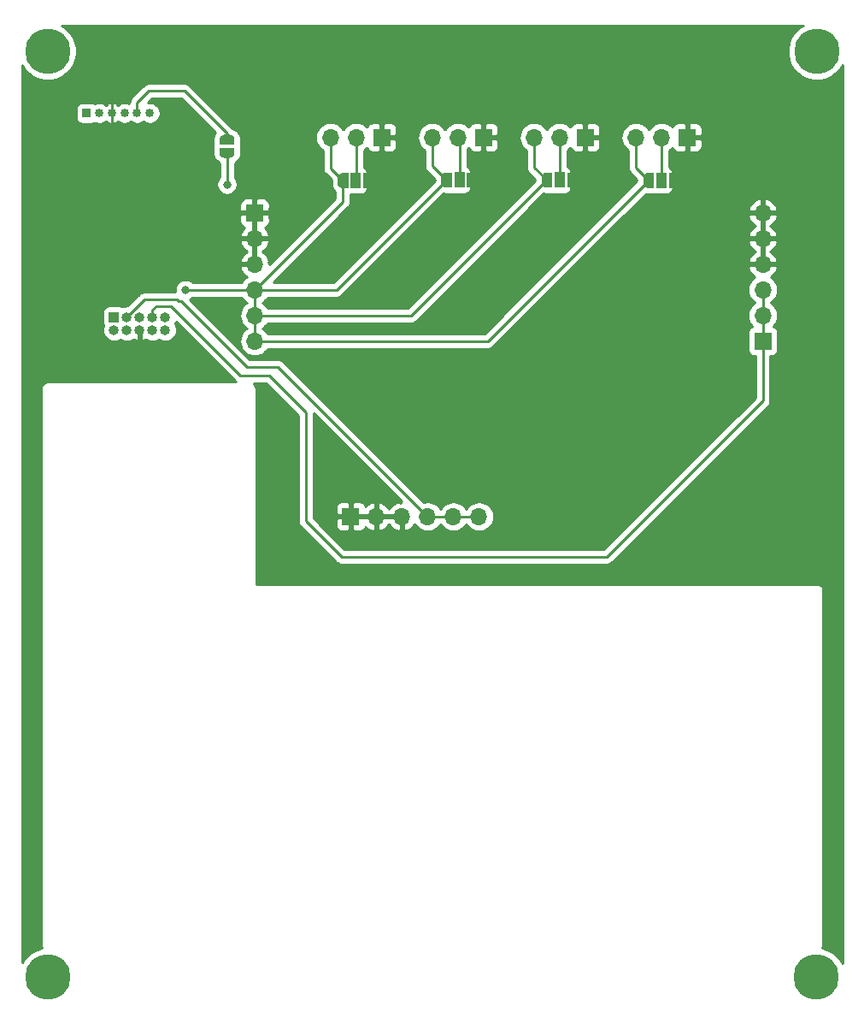
<source format=gbr>
G04 #@! TF.GenerationSoftware,KiCad,Pcbnew,(5.1.2)-2*
G04 #@! TF.CreationDate,2021-11-10T11:22:02-03:00*
G04 #@! TF.ProjectId,MAG_Plus,4d41475f-506c-4757-932e-6b696361645f,rev?*
G04 #@! TF.SameCoordinates,Original*
G04 #@! TF.FileFunction,Copper,L1,Top*
G04 #@! TF.FilePolarity,Positive*
%FSLAX46Y46*%
G04 Gerber Fmt 4.6, Leading zero omitted, Abs format (unit mm)*
G04 Created by KiCad (PCBNEW (5.1.2)-2) date 2021-11-10 11:22:02*
%MOMM*%
%LPD*%
G04 APERTURE LIST*
%ADD10O,1.000000X1.000000*%
%ADD11R,1.000000X1.000000*%
%ADD12C,4.500000*%
%ADD13C,0.850000*%
%ADD14R,0.850000X0.850000*%
%ADD15R,1.700000X1.700000*%
%ADD16O,1.700000X1.700000*%
%ADD17R,1.000000X1.500000*%
%ADD18C,0.500000*%
%ADD19C,0.100000*%
%ADD20C,0.800000*%
%ADD21C,0.250000*%
%ADD22C,0.254000*%
G04 APERTURE END LIST*
D10*
X50870000Y-171810000D03*
X50870000Y-170540000D03*
X49600000Y-171810000D03*
X49600000Y-170540000D03*
X48330000Y-171810000D03*
X48330000Y-170540000D03*
X47060000Y-171810000D03*
X47060000Y-170540000D03*
X45790000Y-171810000D03*
D11*
X45790000Y-170540000D03*
D12*
X115400000Y-144220000D03*
X115390000Y-235820000D03*
X39200000Y-144210000D03*
X39200000Y-235830000D03*
D13*
X49330000Y-150350000D03*
X48080000Y-150350000D03*
X46830000Y-150350000D03*
X45580000Y-150350000D03*
X44330000Y-150350000D03*
D14*
X43080000Y-150350000D03*
D15*
X110060000Y-172910000D03*
D16*
X110060000Y-170370000D03*
X110060000Y-167830000D03*
X110060000Y-165290000D03*
X110060000Y-162750000D03*
X110060000Y-160210000D03*
X97490000Y-152740000D03*
X100030000Y-152740000D03*
D15*
X102570000Y-152740000D03*
X92480000Y-152740000D03*
D16*
X89940000Y-152740000D03*
X87400000Y-152740000D03*
X81930000Y-190270000D03*
X79390000Y-190270000D03*
X76850000Y-190270000D03*
X74310000Y-190270000D03*
X71770000Y-190270000D03*
D15*
X69230000Y-190270000D03*
D16*
X77320000Y-152740000D03*
X79860000Y-152740000D03*
D15*
X82400000Y-152740000D03*
X72320000Y-152740000D03*
D16*
X69780000Y-152740000D03*
X67240000Y-152740000D03*
X59720000Y-172920000D03*
X59720000Y-170380000D03*
X59720000Y-167840000D03*
X59720000Y-165300000D03*
X59720000Y-162760000D03*
D15*
X59720000Y-160220000D03*
D17*
X100040000Y-156990000D03*
D18*
X98740000Y-156990000D03*
D19*
G36*
X98740000Y-157739398D02*
G01*
X98715466Y-157739398D01*
X98666635Y-157734588D01*
X98618510Y-157725016D01*
X98571555Y-157710772D01*
X98526222Y-157691995D01*
X98482949Y-157668864D01*
X98442150Y-157641604D01*
X98404221Y-157610476D01*
X98369524Y-157575779D01*
X98338396Y-157537850D01*
X98311136Y-157497051D01*
X98288005Y-157453778D01*
X98269228Y-157408445D01*
X98254984Y-157361490D01*
X98245412Y-157313365D01*
X98240602Y-157264534D01*
X98240602Y-157240000D01*
X98240000Y-157240000D01*
X98240000Y-156740000D01*
X98240602Y-156740000D01*
X98240602Y-156715466D01*
X98245412Y-156666635D01*
X98254984Y-156618510D01*
X98269228Y-156571555D01*
X98288005Y-156526222D01*
X98311136Y-156482949D01*
X98338396Y-156442150D01*
X98369524Y-156404221D01*
X98404221Y-156369524D01*
X98442150Y-156338396D01*
X98482949Y-156311136D01*
X98526222Y-156288005D01*
X98571555Y-156269228D01*
X98618510Y-156254984D01*
X98666635Y-156245412D01*
X98715466Y-156240602D01*
X98740000Y-156240602D01*
X98740000Y-156240000D01*
X99290000Y-156240000D01*
X99290000Y-157740000D01*
X98740000Y-157740000D01*
X98740000Y-157739398D01*
X98740000Y-157739398D01*
G37*
D18*
X101340000Y-156990000D03*
D19*
G36*
X100790000Y-156240000D02*
G01*
X101340000Y-156240000D01*
X101340000Y-156240602D01*
X101364534Y-156240602D01*
X101413365Y-156245412D01*
X101461490Y-156254984D01*
X101508445Y-156269228D01*
X101553778Y-156288005D01*
X101597051Y-156311136D01*
X101637850Y-156338396D01*
X101675779Y-156369524D01*
X101710476Y-156404221D01*
X101741604Y-156442150D01*
X101768864Y-156482949D01*
X101791995Y-156526222D01*
X101810772Y-156571555D01*
X101825016Y-156618510D01*
X101834588Y-156666635D01*
X101839398Y-156715466D01*
X101839398Y-156740000D01*
X101840000Y-156740000D01*
X101840000Y-157240000D01*
X101839398Y-157240000D01*
X101839398Y-157264534D01*
X101834588Y-157313365D01*
X101825016Y-157361490D01*
X101810772Y-157408445D01*
X101791995Y-157453778D01*
X101768864Y-157497051D01*
X101741604Y-157537850D01*
X101710476Y-157575779D01*
X101675779Y-157610476D01*
X101637850Y-157641604D01*
X101597051Y-157668864D01*
X101553778Y-157691995D01*
X101508445Y-157710772D01*
X101461490Y-157725016D01*
X101413365Y-157734588D01*
X101364534Y-157739398D01*
X101340000Y-157739398D01*
X101340000Y-157740000D01*
X100790000Y-157740000D01*
X100790000Y-156240000D01*
X100790000Y-156240000D01*
G37*
D18*
X91240000Y-156970000D03*
D19*
G36*
X90690000Y-156220000D02*
G01*
X91240000Y-156220000D01*
X91240000Y-156220602D01*
X91264534Y-156220602D01*
X91313365Y-156225412D01*
X91361490Y-156234984D01*
X91408445Y-156249228D01*
X91453778Y-156268005D01*
X91497051Y-156291136D01*
X91537850Y-156318396D01*
X91575779Y-156349524D01*
X91610476Y-156384221D01*
X91641604Y-156422150D01*
X91668864Y-156462949D01*
X91691995Y-156506222D01*
X91710772Y-156551555D01*
X91725016Y-156598510D01*
X91734588Y-156646635D01*
X91739398Y-156695466D01*
X91739398Y-156720000D01*
X91740000Y-156720000D01*
X91740000Y-157220000D01*
X91739398Y-157220000D01*
X91739398Y-157244534D01*
X91734588Y-157293365D01*
X91725016Y-157341490D01*
X91710772Y-157388445D01*
X91691995Y-157433778D01*
X91668864Y-157477051D01*
X91641604Y-157517850D01*
X91610476Y-157555779D01*
X91575779Y-157590476D01*
X91537850Y-157621604D01*
X91497051Y-157648864D01*
X91453778Y-157671995D01*
X91408445Y-157690772D01*
X91361490Y-157705016D01*
X91313365Y-157714588D01*
X91264534Y-157719398D01*
X91240000Y-157719398D01*
X91240000Y-157720000D01*
X90690000Y-157720000D01*
X90690000Y-156220000D01*
X90690000Y-156220000D01*
G37*
D18*
X88640000Y-156970000D03*
D19*
G36*
X88640000Y-157719398D02*
G01*
X88615466Y-157719398D01*
X88566635Y-157714588D01*
X88518510Y-157705016D01*
X88471555Y-157690772D01*
X88426222Y-157671995D01*
X88382949Y-157648864D01*
X88342150Y-157621604D01*
X88304221Y-157590476D01*
X88269524Y-157555779D01*
X88238396Y-157517850D01*
X88211136Y-157477051D01*
X88188005Y-157433778D01*
X88169228Y-157388445D01*
X88154984Y-157341490D01*
X88145412Y-157293365D01*
X88140602Y-157244534D01*
X88140602Y-157220000D01*
X88140000Y-157220000D01*
X88140000Y-156720000D01*
X88140602Y-156720000D01*
X88140602Y-156695466D01*
X88145412Y-156646635D01*
X88154984Y-156598510D01*
X88169228Y-156551555D01*
X88188005Y-156506222D01*
X88211136Y-156462949D01*
X88238396Y-156422150D01*
X88269524Y-156384221D01*
X88304221Y-156349524D01*
X88342150Y-156318396D01*
X88382949Y-156291136D01*
X88426222Y-156268005D01*
X88471555Y-156249228D01*
X88518510Y-156234984D01*
X88566635Y-156225412D01*
X88615466Y-156220602D01*
X88640000Y-156220602D01*
X88640000Y-156220000D01*
X89190000Y-156220000D01*
X89190000Y-157720000D01*
X88640000Y-157720000D01*
X88640000Y-157719398D01*
X88640000Y-157719398D01*
G37*
D17*
X89940000Y-156970000D03*
X80010000Y-156960000D03*
D18*
X78710000Y-156960000D03*
D19*
G36*
X78710000Y-157709398D02*
G01*
X78685466Y-157709398D01*
X78636635Y-157704588D01*
X78588510Y-157695016D01*
X78541555Y-157680772D01*
X78496222Y-157661995D01*
X78452949Y-157638864D01*
X78412150Y-157611604D01*
X78374221Y-157580476D01*
X78339524Y-157545779D01*
X78308396Y-157507850D01*
X78281136Y-157467051D01*
X78258005Y-157423778D01*
X78239228Y-157378445D01*
X78224984Y-157331490D01*
X78215412Y-157283365D01*
X78210602Y-157234534D01*
X78210602Y-157210000D01*
X78210000Y-157210000D01*
X78210000Y-156710000D01*
X78210602Y-156710000D01*
X78210602Y-156685466D01*
X78215412Y-156636635D01*
X78224984Y-156588510D01*
X78239228Y-156541555D01*
X78258005Y-156496222D01*
X78281136Y-156452949D01*
X78308396Y-156412150D01*
X78339524Y-156374221D01*
X78374221Y-156339524D01*
X78412150Y-156308396D01*
X78452949Y-156281136D01*
X78496222Y-156258005D01*
X78541555Y-156239228D01*
X78588510Y-156224984D01*
X78636635Y-156215412D01*
X78685466Y-156210602D01*
X78710000Y-156210602D01*
X78710000Y-156210000D01*
X79260000Y-156210000D01*
X79260000Y-157710000D01*
X78710000Y-157710000D01*
X78710000Y-157709398D01*
X78710000Y-157709398D01*
G37*
D18*
X81310000Y-156960000D03*
D19*
G36*
X80760000Y-156210000D02*
G01*
X81310000Y-156210000D01*
X81310000Y-156210602D01*
X81334534Y-156210602D01*
X81383365Y-156215412D01*
X81431490Y-156224984D01*
X81478445Y-156239228D01*
X81523778Y-156258005D01*
X81567051Y-156281136D01*
X81607850Y-156308396D01*
X81645779Y-156339524D01*
X81680476Y-156374221D01*
X81711604Y-156412150D01*
X81738864Y-156452949D01*
X81761995Y-156496222D01*
X81780772Y-156541555D01*
X81795016Y-156588510D01*
X81804588Y-156636635D01*
X81809398Y-156685466D01*
X81809398Y-156710000D01*
X81810000Y-156710000D01*
X81810000Y-157210000D01*
X81809398Y-157210000D01*
X81809398Y-157234534D01*
X81804588Y-157283365D01*
X81795016Y-157331490D01*
X81780772Y-157378445D01*
X81761995Y-157423778D01*
X81738864Y-157467051D01*
X81711604Y-157507850D01*
X81680476Y-157545779D01*
X81645779Y-157580476D01*
X81607850Y-157611604D01*
X81567051Y-157638864D01*
X81523778Y-157661995D01*
X81478445Y-157680772D01*
X81431490Y-157695016D01*
X81383365Y-157704588D01*
X81334534Y-157709398D01*
X81310000Y-157709398D01*
X81310000Y-157710000D01*
X80760000Y-157710000D01*
X80760000Y-156210000D01*
X80760000Y-156210000D01*
G37*
D18*
X71050000Y-157020000D03*
D19*
G36*
X70500000Y-156270000D02*
G01*
X71050000Y-156270000D01*
X71050000Y-156270602D01*
X71074534Y-156270602D01*
X71123365Y-156275412D01*
X71171490Y-156284984D01*
X71218445Y-156299228D01*
X71263778Y-156318005D01*
X71307051Y-156341136D01*
X71347850Y-156368396D01*
X71385779Y-156399524D01*
X71420476Y-156434221D01*
X71451604Y-156472150D01*
X71478864Y-156512949D01*
X71501995Y-156556222D01*
X71520772Y-156601555D01*
X71535016Y-156648510D01*
X71544588Y-156696635D01*
X71549398Y-156745466D01*
X71549398Y-156770000D01*
X71550000Y-156770000D01*
X71550000Y-157270000D01*
X71549398Y-157270000D01*
X71549398Y-157294534D01*
X71544588Y-157343365D01*
X71535016Y-157391490D01*
X71520772Y-157438445D01*
X71501995Y-157483778D01*
X71478864Y-157527051D01*
X71451604Y-157567850D01*
X71420476Y-157605779D01*
X71385779Y-157640476D01*
X71347850Y-157671604D01*
X71307051Y-157698864D01*
X71263778Y-157721995D01*
X71218445Y-157740772D01*
X71171490Y-157755016D01*
X71123365Y-157764588D01*
X71074534Y-157769398D01*
X71050000Y-157769398D01*
X71050000Y-157770000D01*
X70500000Y-157770000D01*
X70500000Y-156270000D01*
X70500000Y-156270000D01*
G37*
D18*
X68450000Y-157020000D03*
D19*
G36*
X68450000Y-157769398D02*
G01*
X68425466Y-157769398D01*
X68376635Y-157764588D01*
X68328510Y-157755016D01*
X68281555Y-157740772D01*
X68236222Y-157721995D01*
X68192949Y-157698864D01*
X68152150Y-157671604D01*
X68114221Y-157640476D01*
X68079524Y-157605779D01*
X68048396Y-157567850D01*
X68021136Y-157527051D01*
X67998005Y-157483778D01*
X67979228Y-157438445D01*
X67964984Y-157391490D01*
X67955412Y-157343365D01*
X67950602Y-157294534D01*
X67950602Y-157270000D01*
X67950000Y-157270000D01*
X67950000Y-156770000D01*
X67950602Y-156770000D01*
X67950602Y-156745466D01*
X67955412Y-156696635D01*
X67964984Y-156648510D01*
X67979228Y-156601555D01*
X67998005Y-156556222D01*
X68021136Y-156512949D01*
X68048396Y-156472150D01*
X68079524Y-156434221D01*
X68114221Y-156399524D01*
X68152150Y-156368396D01*
X68192949Y-156341136D01*
X68236222Y-156318005D01*
X68281555Y-156299228D01*
X68328510Y-156284984D01*
X68376635Y-156275412D01*
X68425466Y-156270602D01*
X68450000Y-156270602D01*
X68450000Y-156270000D01*
X69000000Y-156270000D01*
X69000000Y-157770000D01*
X68450000Y-157770000D01*
X68450000Y-157769398D01*
X68450000Y-157769398D01*
G37*
D17*
X69750000Y-157020000D03*
D18*
X56980000Y-152970000D03*
D19*
G36*
X56230000Y-153470000D02*
G01*
X56230000Y-152970000D01*
X56230602Y-152970000D01*
X56230602Y-152945466D01*
X56235412Y-152896635D01*
X56244984Y-152848510D01*
X56259228Y-152801555D01*
X56278005Y-152756222D01*
X56301136Y-152712949D01*
X56328396Y-152672150D01*
X56359524Y-152634221D01*
X56394221Y-152599524D01*
X56432150Y-152568396D01*
X56472949Y-152541136D01*
X56516222Y-152518005D01*
X56561555Y-152499228D01*
X56608510Y-152484984D01*
X56656635Y-152475412D01*
X56705466Y-152470602D01*
X56730000Y-152470602D01*
X56730000Y-152470000D01*
X57230000Y-152470000D01*
X57230000Y-152470602D01*
X57254534Y-152470602D01*
X57303365Y-152475412D01*
X57351490Y-152484984D01*
X57398445Y-152499228D01*
X57443778Y-152518005D01*
X57487051Y-152541136D01*
X57527850Y-152568396D01*
X57565779Y-152599524D01*
X57600476Y-152634221D01*
X57631604Y-152672150D01*
X57658864Y-152712949D01*
X57681995Y-152756222D01*
X57700772Y-152801555D01*
X57715016Y-152848510D01*
X57724588Y-152896635D01*
X57729398Y-152945466D01*
X57729398Y-152970000D01*
X57730000Y-152970000D01*
X57730000Y-153470000D01*
X56230000Y-153470000D01*
X56230000Y-153470000D01*
G37*
D18*
X56980000Y-154270000D03*
D19*
G36*
X57729398Y-154270000D02*
G01*
X57729398Y-154294534D01*
X57724588Y-154343365D01*
X57715016Y-154391490D01*
X57700772Y-154438445D01*
X57681995Y-154483778D01*
X57658864Y-154527051D01*
X57631604Y-154567850D01*
X57600476Y-154605779D01*
X57565779Y-154640476D01*
X57527850Y-154671604D01*
X57487051Y-154698864D01*
X57443778Y-154721995D01*
X57398445Y-154740772D01*
X57351490Y-154755016D01*
X57303365Y-154764588D01*
X57254534Y-154769398D01*
X57230000Y-154769398D01*
X57230000Y-154770000D01*
X56730000Y-154770000D01*
X56730000Y-154769398D01*
X56705466Y-154769398D01*
X56656635Y-154764588D01*
X56608510Y-154755016D01*
X56561555Y-154740772D01*
X56516222Y-154721995D01*
X56472949Y-154698864D01*
X56432150Y-154671604D01*
X56394221Y-154640476D01*
X56359524Y-154605779D01*
X56328396Y-154567850D01*
X56301136Y-154527051D01*
X56278005Y-154483778D01*
X56259228Y-154438445D01*
X56244984Y-154391490D01*
X56235412Y-154343365D01*
X56230602Y-154294534D01*
X56230602Y-154270000D01*
X56230000Y-154270000D01*
X56230000Y-153770000D01*
X57730000Y-153770000D01*
X57730000Y-154270000D01*
X57729398Y-154270000D01*
X57729398Y-154270000D01*
G37*
D20*
X52849998Y-167840000D03*
X56990018Y-157410000D03*
D21*
X102570000Y-155760000D02*
X102570000Y-152740000D01*
X101340000Y-156990000D02*
X102570000Y-155760000D01*
X92480000Y-155730000D02*
X92480000Y-152740000D01*
X91240000Y-156970000D02*
X92480000Y-155730000D01*
X82400000Y-155870000D02*
X81310000Y-156960000D01*
X82400000Y-152740000D02*
X82400000Y-155870000D01*
X72320000Y-155750000D02*
X71050000Y-157020000D01*
X72320000Y-152740000D02*
X72320000Y-155750000D01*
X72320000Y-149510000D02*
X72320000Y-152740000D01*
X69120000Y-146310000D02*
X72320000Y-149510000D01*
X48020000Y-146310000D02*
X69120000Y-146310000D01*
X45580000Y-150350000D02*
X45580000Y-148750000D01*
X45580000Y-148750000D02*
X48020000Y-146310000D01*
X45580000Y-151830000D02*
X45580000Y-150350000D01*
X46540000Y-152790000D02*
X45580000Y-151830000D01*
X50740000Y-152790000D02*
X46540000Y-152790000D01*
X59720000Y-160220000D02*
X58170000Y-160220000D01*
X58170000Y-160220000D02*
X50740000Y-152790000D01*
X56980000Y-152370000D02*
X52750000Y-148140000D01*
X56980000Y-152970000D02*
X56980000Y-152370000D01*
X52750000Y-148140000D02*
X49250000Y-148140000D01*
X48080000Y-149310000D02*
X48080000Y-150350000D01*
X49250000Y-148140000D02*
X48080000Y-149310000D01*
X97490000Y-155740000D02*
X97490000Y-152740000D01*
X98740000Y-156990000D02*
X97490000Y-155740000D01*
X87400000Y-155730000D02*
X88640000Y-156970000D01*
X87400000Y-152740000D02*
X87400000Y-155730000D01*
X77320000Y-155570000D02*
X78710000Y-156960000D01*
X77320000Y-152740000D02*
X77320000Y-155570000D01*
X67240000Y-155810000D02*
X68450000Y-157020000D01*
X67240000Y-152740000D02*
X67240000Y-155810000D01*
X75450000Y-160220000D02*
X78710000Y-156960000D01*
X59720000Y-171717919D02*
X59720000Y-170380000D01*
X59720000Y-172920000D02*
X59720000Y-171717919D01*
X59720000Y-170380000D02*
X59720000Y-167840000D01*
X68450000Y-159110000D02*
X68450000Y-157020000D01*
X59720000Y-167840000D02*
X68450000Y-159110000D01*
X75230000Y-170380000D02*
X59720000Y-170380000D01*
X88640000Y-156970000D02*
X75230000Y-170380000D01*
X82810000Y-172920000D02*
X59720000Y-172920000D01*
X98740000Y-156990000D02*
X82810000Y-172920000D01*
X78185226Y-157484774D02*
X78710000Y-156960000D01*
X59720000Y-167840000D02*
X67830000Y-167840000D01*
X67830000Y-167840000D02*
X78185226Y-157484774D01*
X59720000Y-167840000D02*
X52849998Y-167840000D01*
X78052081Y-190270000D02*
X79390000Y-190270000D01*
X76850000Y-190270000D02*
X78052081Y-190270000D01*
X79390000Y-190270000D02*
X81930000Y-190270000D01*
X47559999Y-170040001D02*
X47060000Y-170540000D01*
X52016996Y-168780000D02*
X48820000Y-168780000D01*
X62050000Y-175470000D02*
X58930000Y-175470000D01*
X48820000Y-168780000D02*
X47559999Y-170040001D01*
X52425002Y-168965002D02*
X52201998Y-168965002D01*
X76850000Y-190270000D02*
X62050000Y-175470000D01*
X52201998Y-168965002D02*
X52016996Y-168780000D01*
X58930000Y-175470000D02*
X52425002Y-168965002D01*
X110060000Y-171810000D02*
X110060000Y-170370000D01*
X110060000Y-172910000D02*
X110060000Y-171810000D01*
X110060000Y-169167919D02*
X110060000Y-167830000D01*
X110060000Y-170370000D02*
X110060000Y-169167919D01*
X110060000Y-178810000D02*
X110060000Y-172910000D01*
X94610000Y-194260000D02*
X110060000Y-178810000D01*
X64780000Y-190720000D02*
X68320000Y-194260000D01*
X49600000Y-169832894D02*
X49952894Y-169480000D01*
X64780000Y-179940000D02*
X64780000Y-190720000D01*
X49600000Y-170540000D02*
X49600000Y-169832894D01*
X49952894Y-169480000D02*
X51460000Y-169480000D01*
X51460000Y-169480000D02*
X58310000Y-176330000D01*
X68320000Y-194260000D02*
X94610000Y-194260000D01*
X58310000Y-176330000D02*
X61170000Y-176330000D01*
X61170000Y-176330000D02*
X64780000Y-179940000D01*
X100040000Y-152750000D02*
X100030000Y-152740000D01*
X100040000Y-156990000D02*
X100040000Y-152750000D01*
X89940000Y-155970000D02*
X89940000Y-152740000D01*
X89940000Y-156970000D02*
X89940000Y-155970000D01*
X80010000Y-152890000D02*
X79860000Y-152740000D01*
X80010000Y-156960000D02*
X80010000Y-152890000D01*
X69780000Y-156990000D02*
X69750000Y-157020000D01*
X69780000Y-152740000D02*
X69780000Y-156990000D01*
X56870000Y-154220000D02*
X56990018Y-154340018D01*
X56990018Y-156844315D02*
X56990018Y-157410000D01*
X56990018Y-154340018D02*
X56990018Y-156844315D01*
D22*
G36*
X114033440Y-141663346D02*
G01*
X113560920Y-141979074D01*
X113159074Y-142380920D01*
X112843346Y-142853440D01*
X112625869Y-143378477D01*
X112515000Y-143935852D01*
X112515000Y-144504148D01*
X112625869Y-145061523D01*
X112843346Y-145586560D01*
X113159074Y-146059080D01*
X113560920Y-146460926D01*
X114033440Y-146776654D01*
X114558477Y-146994131D01*
X115115852Y-147105000D01*
X115684148Y-147105000D01*
X116241523Y-146994131D01*
X116766560Y-146776654D01*
X117239080Y-146460926D01*
X117640926Y-146059080D01*
X117940000Y-145611484D01*
X117940001Y-234443483D01*
X117630926Y-233980920D01*
X117229080Y-233579074D01*
X116756560Y-233263346D01*
X116231523Y-233045869D01*
X115929066Y-232985706D01*
X115951319Y-232958607D01*
X115951384Y-232958485D01*
X115951473Y-232958377D01*
X115982132Y-232900999D01*
X116012637Y-232843968D01*
X116012678Y-232843835D01*
X116012743Y-232843712D01*
X116031935Y-232780416D01*
X116050412Y-232719568D01*
X116050425Y-232719435D01*
X116050467Y-232719297D01*
X116057022Y-232652655D01*
X116059990Y-232622607D01*
X116059990Y-232622477D01*
X116063193Y-232589913D01*
X116060009Y-232557624D01*
X116069990Y-197632516D01*
X116073193Y-197600000D01*
X116066612Y-197533184D01*
X116060486Y-197470804D01*
X116060460Y-197470718D01*
X116060450Y-197470617D01*
X116040620Y-197405246D01*
X116022782Y-197346383D01*
X116022739Y-197346302D01*
X116022710Y-197346207D01*
X115990657Y-197286240D01*
X115961530Y-197231709D01*
X115961473Y-197231639D01*
X115961425Y-197231550D01*
X115918375Y-197179094D01*
X115879082Y-197131187D01*
X115879011Y-197131129D01*
X115878948Y-197131052D01*
X115826556Y-197088054D01*
X115778607Y-197048681D01*
X115778527Y-197048638D01*
X115778450Y-197048575D01*
X115719212Y-197016912D01*
X115663968Y-196987363D01*
X115663879Y-196987336D01*
X115663793Y-196987290D01*
X115598835Y-196967585D01*
X115539568Y-196949588D01*
X115539479Y-196949579D01*
X115539383Y-196949550D01*
X115471220Y-196942837D01*
X115410189Y-196936808D01*
X115377685Y-196940000D01*
X59860000Y-196940000D01*
X59860000Y-177632419D01*
X59863193Y-177600000D01*
X59850450Y-177470617D01*
X59812710Y-177346207D01*
X59751425Y-177231550D01*
X59668948Y-177131052D01*
X59618926Y-177090000D01*
X60855199Y-177090000D01*
X64020000Y-180254802D01*
X64020001Y-190682668D01*
X64016324Y-190720000D01*
X64030998Y-190868985D01*
X64074454Y-191012246D01*
X64145026Y-191144276D01*
X64216201Y-191231002D01*
X64240000Y-191260001D01*
X64268998Y-191283799D01*
X67756201Y-194771003D01*
X67779999Y-194800001D01*
X67808997Y-194823799D01*
X67895723Y-194894974D01*
X68027753Y-194965546D01*
X68171014Y-195009003D01*
X68282667Y-195020000D01*
X68282677Y-195020000D01*
X68319999Y-195023676D01*
X68357322Y-195020000D01*
X94572678Y-195020000D01*
X94610000Y-195023676D01*
X94647322Y-195020000D01*
X94647333Y-195020000D01*
X94758986Y-195009003D01*
X94902247Y-194965546D01*
X95034276Y-194894974D01*
X95150001Y-194800001D01*
X95173804Y-194770997D01*
X110571004Y-179373798D01*
X110600001Y-179350001D01*
X110694974Y-179234276D01*
X110765546Y-179102247D01*
X110809003Y-178958986D01*
X110820000Y-178847333D01*
X110820000Y-178847332D01*
X110823677Y-178810000D01*
X110820000Y-178772667D01*
X110820000Y-174398072D01*
X110910000Y-174398072D01*
X111034482Y-174385812D01*
X111154180Y-174349502D01*
X111264494Y-174290537D01*
X111361185Y-174211185D01*
X111440537Y-174114494D01*
X111499502Y-174004180D01*
X111535812Y-173884482D01*
X111548072Y-173760000D01*
X111548072Y-172060000D01*
X111535812Y-171935518D01*
X111499502Y-171815820D01*
X111440537Y-171705506D01*
X111361185Y-171608815D01*
X111264494Y-171529463D01*
X111154180Y-171470498D01*
X111085313Y-171449607D01*
X111115134Y-171425134D01*
X111300706Y-171199014D01*
X111438599Y-170941034D01*
X111523513Y-170661111D01*
X111552185Y-170370000D01*
X111523513Y-170078889D01*
X111438599Y-169798966D01*
X111300706Y-169540986D01*
X111115134Y-169314866D01*
X110889014Y-169129294D01*
X110834209Y-169100000D01*
X110889014Y-169070706D01*
X111115134Y-168885134D01*
X111300706Y-168659014D01*
X111438599Y-168401034D01*
X111523513Y-168121111D01*
X111552185Y-167830000D01*
X111523513Y-167538889D01*
X111438599Y-167258966D01*
X111300706Y-167000986D01*
X111115134Y-166774866D01*
X110889014Y-166589294D01*
X110824477Y-166554799D01*
X110941355Y-166485178D01*
X111157588Y-166290269D01*
X111331641Y-166056920D01*
X111456825Y-165794099D01*
X111501476Y-165646890D01*
X111380155Y-165417000D01*
X110187000Y-165417000D01*
X110187000Y-165437000D01*
X109933000Y-165437000D01*
X109933000Y-165417000D01*
X108739845Y-165417000D01*
X108618524Y-165646890D01*
X108663175Y-165794099D01*
X108788359Y-166056920D01*
X108962412Y-166290269D01*
X109178645Y-166485178D01*
X109295523Y-166554799D01*
X109230986Y-166589294D01*
X109004866Y-166774866D01*
X108819294Y-167000986D01*
X108681401Y-167258966D01*
X108596487Y-167538889D01*
X108567815Y-167830000D01*
X108596487Y-168121111D01*
X108681401Y-168401034D01*
X108819294Y-168659014D01*
X109004866Y-168885134D01*
X109230986Y-169070706D01*
X109285791Y-169100000D01*
X109230986Y-169129294D01*
X109004866Y-169314866D01*
X108819294Y-169540986D01*
X108681401Y-169798966D01*
X108596487Y-170078889D01*
X108567815Y-170370000D01*
X108596487Y-170661111D01*
X108681401Y-170941034D01*
X108819294Y-171199014D01*
X109004866Y-171425134D01*
X109034687Y-171449607D01*
X108965820Y-171470498D01*
X108855506Y-171529463D01*
X108758815Y-171608815D01*
X108679463Y-171705506D01*
X108620498Y-171815820D01*
X108584188Y-171935518D01*
X108571928Y-172060000D01*
X108571928Y-173760000D01*
X108584188Y-173884482D01*
X108620498Y-174004180D01*
X108679463Y-174114494D01*
X108758815Y-174211185D01*
X108855506Y-174290537D01*
X108965820Y-174349502D01*
X109085518Y-174385812D01*
X109210000Y-174398072D01*
X109300001Y-174398072D01*
X109300000Y-178495198D01*
X94295199Y-193500000D01*
X68634802Y-193500000D01*
X66254802Y-191120000D01*
X67741928Y-191120000D01*
X67754188Y-191244482D01*
X67790498Y-191364180D01*
X67849463Y-191474494D01*
X67928815Y-191571185D01*
X68025506Y-191650537D01*
X68135820Y-191709502D01*
X68255518Y-191745812D01*
X68380000Y-191758072D01*
X68944250Y-191755000D01*
X69103000Y-191596250D01*
X69103000Y-190397000D01*
X69357000Y-190397000D01*
X69357000Y-191596250D01*
X69515750Y-191755000D01*
X70080000Y-191758072D01*
X70204482Y-191745812D01*
X70324180Y-191709502D01*
X70434494Y-191650537D01*
X70531185Y-191571185D01*
X70610537Y-191474494D01*
X70669502Y-191364180D01*
X70693966Y-191283534D01*
X70769731Y-191367588D01*
X71003080Y-191541641D01*
X71265901Y-191666825D01*
X71413110Y-191711476D01*
X71643000Y-191590155D01*
X71643000Y-190397000D01*
X71897000Y-190397000D01*
X71897000Y-191590155D01*
X72126890Y-191711476D01*
X72274099Y-191666825D01*
X72536920Y-191541641D01*
X72770269Y-191367588D01*
X72965178Y-191151355D01*
X73040000Y-191025745D01*
X73114822Y-191151355D01*
X73309731Y-191367588D01*
X73543080Y-191541641D01*
X73805901Y-191666825D01*
X73953110Y-191711476D01*
X74183000Y-191590155D01*
X74183000Y-190397000D01*
X71897000Y-190397000D01*
X71643000Y-190397000D01*
X69357000Y-190397000D01*
X69103000Y-190397000D01*
X67903750Y-190397000D01*
X67745000Y-190555750D01*
X67741928Y-191120000D01*
X66254802Y-191120000D01*
X65540000Y-190405199D01*
X65540000Y-189420000D01*
X67741928Y-189420000D01*
X67745000Y-189984250D01*
X67903750Y-190143000D01*
X69103000Y-190143000D01*
X69103000Y-188943750D01*
X69357000Y-188943750D01*
X69357000Y-190143000D01*
X71643000Y-190143000D01*
X71643000Y-188949845D01*
X71413110Y-188828524D01*
X71265901Y-188873175D01*
X71003080Y-188998359D01*
X70769731Y-189172412D01*
X70693966Y-189256466D01*
X70669502Y-189175820D01*
X70610537Y-189065506D01*
X70531185Y-188968815D01*
X70434494Y-188889463D01*
X70324180Y-188830498D01*
X70204482Y-188794188D01*
X70080000Y-188781928D01*
X69515750Y-188785000D01*
X69357000Y-188943750D01*
X69103000Y-188943750D01*
X68944250Y-188785000D01*
X68380000Y-188781928D01*
X68255518Y-188794188D01*
X68135820Y-188830498D01*
X68025506Y-188889463D01*
X67928815Y-188968815D01*
X67849463Y-189065506D01*
X67790498Y-189175820D01*
X67754188Y-189295518D01*
X67741928Y-189420000D01*
X65540000Y-189420000D01*
X65540000Y-180034801D01*
X74290198Y-188785000D01*
X74182998Y-188785000D01*
X74182998Y-188949844D01*
X73953110Y-188828524D01*
X73805901Y-188873175D01*
X73543080Y-188998359D01*
X73309731Y-189172412D01*
X73114822Y-189388645D01*
X73040000Y-189514255D01*
X72965178Y-189388645D01*
X72770269Y-189172412D01*
X72536920Y-188998359D01*
X72274099Y-188873175D01*
X72126890Y-188828524D01*
X71897000Y-188949845D01*
X71897000Y-190143000D01*
X74183000Y-190143000D01*
X74183000Y-190123000D01*
X74437000Y-190123000D01*
X74437000Y-190143000D01*
X74457000Y-190143000D01*
X74457000Y-190397000D01*
X74437000Y-190397000D01*
X74437000Y-191590155D01*
X74666890Y-191711476D01*
X74814099Y-191666825D01*
X75076920Y-191541641D01*
X75310269Y-191367588D01*
X75505178Y-191151355D01*
X75574799Y-191034477D01*
X75609294Y-191099014D01*
X75794866Y-191325134D01*
X76020986Y-191510706D01*
X76278966Y-191648599D01*
X76558889Y-191733513D01*
X76777050Y-191755000D01*
X76922950Y-191755000D01*
X77141111Y-191733513D01*
X77421034Y-191648599D01*
X77679014Y-191510706D01*
X77905134Y-191325134D01*
X78090706Y-191099014D01*
X78120000Y-191044209D01*
X78149294Y-191099014D01*
X78334866Y-191325134D01*
X78560986Y-191510706D01*
X78818966Y-191648599D01*
X79098889Y-191733513D01*
X79317050Y-191755000D01*
X79462950Y-191755000D01*
X79681111Y-191733513D01*
X79961034Y-191648599D01*
X80219014Y-191510706D01*
X80445134Y-191325134D01*
X80630706Y-191099014D01*
X80660000Y-191044209D01*
X80689294Y-191099014D01*
X80874866Y-191325134D01*
X81100986Y-191510706D01*
X81358966Y-191648599D01*
X81638889Y-191733513D01*
X81857050Y-191755000D01*
X82002950Y-191755000D01*
X82221111Y-191733513D01*
X82501034Y-191648599D01*
X82759014Y-191510706D01*
X82985134Y-191325134D01*
X83170706Y-191099014D01*
X83308599Y-190841034D01*
X83393513Y-190561111D01*
X83422185Y-190270000D01*
X83393513Y-189978889D01*
X83308599Y-189698966D01*
X83170706Y-189440986D01*
X82985134Y-189214866D01*
X82759014Y-189029294D01*
X82501034Y-188891401D01*
X82221111Y-188806487D01*
X82002950Y-188785000D01*
X81857050Y-188785000D01*
X81638889Y-188806487D01*
X81358966Y-188891401D01*
X81100986Y-189029294D01*
X80874866Y-189214866D01*
X80689294Y-189440986D01*
X80660000Y-189495791D01*
X80630706Y-189440986D01*
X80445134Y-189214866D01*
X80219014Y-189029294D01*
X79961034Y-188891401D01*
X79681111Y-188806487D01*
X79462950Y-188785000D01*
X79317050Y-188785000D01*
X79098889Y-188806487D01*
X78818966Y-188891401D01*
X78560986Y-189029294D01*
X78334866Y-189214866D01*
X78149294Y-189440986D01*
X78120000Y-189495791D01*
X78090706Y-189440986D01*
X77905134Y-189214866D01*
X77679014Y-189029294D01*
X77421034Y-188891401D01*
X77141111Y-188806487D01*
X76922950Y-188785000D01*
X76777050Y-188785000D01*
X76558889Y-188806487D01*
X76484005Y-188829203D01*
X62613804Y-174959003D01*
X62590001Y-174929999D01*
X62474276Y-174835026D01*
X62342247Y-174764454D01*
X62198986Y-174720997D01*
X62087333Y-174710000D01*
X62087322Y-174710000D01*
X62050000Y-174706324D01*
X62012678Y-174710000D01*
X59244803Y-174710000D01*
X53306138Y-168771337D01*
X53340254Y-168757205D01*
X53509772Y-168643937D01*
X53553709Y-168600000D01*
X58442405Y-168600000D01*
X58479294Y-168669014D01*
X58664866Y-168895134D01*
X58890986Y-169080706D01*
X58945791Y-169110000D01*
X58890986Y-169139294D01*
X58664866Y-169324866D01*
X58479294Y-169550986D01*
X58341401Y-169808966D01*
X58256487Y-170088889D01*
X58227815Y-170380000D01*
X58256487Y-170671111D01*
X58341401Y-170951034D01*
X58479294Y-171209014D01*
X58664866Y-171435134D01*
X58890986Y-171620706D01*
X58945791Y-171650000D01*
X58890986Y-171679294D01*
X58664866Y-171864866D01*
X58479294Y-172090986D01*
X58341401Y-172348966D01*
X58256487Y-172628889D01*
X58227815Y-172920000D01*
X58256487Y-173211111D01*
X58341401Y-173491034D01*
X58479294Y-173749014D01*
X58664866Y-173975134D01*
X58890986Y-174160706D01*
X59148966Y-174298599D01*
X59428889Y-174383513D01*
X59647050Y-174405000D01*
X59792950Y-174405000D01*
X60011111Y-174383513D01*
X60291034Y-174298599D01*
X60549014Y-174160706D01*
X60775134Y-173975134D01*
X60960706Y-173749014D01*
X60997595Y-173680000D01*
X82772678Y-173680000D01*
X82810000Y-173683676D01*
X82847322Y-173680000D01*
X82847333Y-173680000D01*
X82958986Y-173669003D01*
X83102247Y-173625546D01*
X83234276Y-173554974D01*
X83350001Y-173460001D01*
X83373804Y-173430997D01*
X93697911Y-163106890D01*
X108618524Y-163106890D01*
X108663175Y-163254099D01*
X108788359Y-163516920D01*
X108962412Y-163750269D01*
X109178645Y-163945178D01*
X109304255Y-164020000D01*
X109178645Y-164094822D01*
X108962412Y-164289731D01*
X108788359Y-164523080D01*
X108663175Y-164785901D01*
X108618524Y-164933110D01*
X108739845Y-165163000D01*
X109933000Y-165163000D01*
X109933000Y-162877000D01*
X110187000Y-162877000D01*
X110187000Y-165163000D01*
X111380155Y-165163000D01*
X111501476Y-164933110D01*
X111456825Y-164785901D01*
X111331641Y-164523080D01*
X111157588Y-164289731D01*
X110941355Y-164094822D01*
X110815745Y-164020000D01*
X110941355Y-163945178D01*
X111157588Y-163750269D01*
X111331641Y-163516920D01*
X111456825Y-163254099D01*
X111501476Y-163106890D01*
X111380155Y-162877000D01*
X110187000Y-162877000D01*
X109933000Y-162877000D01*
X108739845Y-162877000D01*
X108618524Y-163106890D01*
X93697911Y-163106890D01*
X96237911Y-160566890D01*
X108618524Y-160566890D01*
X108663175Y-160714099D01*
X108788359Y-160976920D01*
X108962412Y-161210269D01*
X109178645Y-161405178D01*
X109304255Y-161480000D01*
X109178645Y-161554822D01*
X108962412Y-161749731D01*
X108788359Y-161983080D01*
X108663175Y-162245901D01*
X108618524Y-162393110D01*
X108739845Y-162623000D01*
X109933000Y-162623000D01*
X109933000Y-160337000D01*
X110187000Y-160337000D01*
X110187000Y-162623000D01*
X111380155Y-162623000D01*
X111501476Y-162393110D01*
X111456825Y-162245901D01*
X111331641Y-161983080D01*
X111157588Y-161749731D01*
X110941355Y-161554822D01*
X110815745Y-161480000D01*
X110941355Y-161405178D01*
X111157588Y-161210269D01*
X111331641Y-160976920D01*
X111456825Y-160714099D01*
X111501476Y-160566890D01*
X111380155Y-160337000D01*
X110187000Y-160337000D01*
X109933000Y-160337000D01*
X108739845Y-160337000D01*
X108618524Y-160566890D01*
X96237911Y-160566890D01*
X96951691Y-159853110D01*
X108618524Y-159853110D01*
X108739845Y-160083000D01*
X109933000Y-160083000D01*
X109933000Y-158889186D01*
X110187000Y-158889186D01*
X110187000Y-160083000D01*
X111380155Y-160083000D01*
X111501476Y-159853110D01*
X111456825Y-159705901D01*
X111331641Y-159443080D01*
X111157588Y-159209731D01*
X110941355Y-159014822D01*
X110691252Y-158865843D01*
X110416891Y-158768519D01*
X110187000Y-158889186D01*
X109933000Y-158889186D01*
X109703109Y-158768519D01*
X109428748Y-158865843D01*
X109178645Y-159014822D01*
X108962412Y-159209731D01*
X108788359Y-159443080D01*
X108663175Y-159705901D01*
X108618524Y-159853110D01*
X96951691Y-159853110D01*
X98462814Y-158341988D01*
X98470377Y-158344282D01*
X98566510Y-158363404D01*
X98690991Y-158375664D01*
X98715550Y-158375664D01*
X98740000Y-158378072D01*
X99290000Y-158378072D01*
X99414482Y-158365812D01*
X99415000Y-158365655D01*
X99415518Y-158365812D01*
X99540000Y-158378072D01*
X100540000Y-158378072D01*
X100664482Y-158365812D01*
X100784180Y-158329502D01*
X100894494Y-158270537D01*
X100991185Y-158191185D01*
X101070537Y-158094494D01*
X101129502Y-157984180D01*
X101165812Y-157864482D01*
X101178072Y-157740000D01*
X101178072Y-156240000D01*
X101165812Y-156115518D01*
X101129502Y-155995820D01*
X101070537Y-155885506D01*
X100991185Y-155788815D01*
X100894494Y-155709463D01*
X100800000Y-155658954D01*
X100800000Y-154012250D01*
X100859014Y-153980706D01*
X101085134Y-153795134D01*
X101109607Y-153765313D01*
X101130498Y-153834180D01*
X101189463Y-153944494D01*
X101268815Y-154041185D01*
X101365506Y-154120537D01*
X101475820Y-154179502D01*
X101595518Y-154215812D01*
X101720000Y-154228072D01*
X102284250Y-154225000D01*
X102443000Y-154066250D01*
X102443000Y-152867000D01*
X102697000Y-152867000D01*
X102697000Y-154066250D01*
X102855750Y-154225000D01*
X103420000Y-154228072D01*
X103544482Y-154215812D01*
X103664180Y-154179502D01*
X103774494Y-154120537D01*
X103871185Y-154041185D01*
X103950537Y-153944494D01*
X104009502Y-153834180D01*
X104045812Y-153714482D01*
X104058072Y-153590000D01*
X104055000Y-153025750D01*
X103896250Y-152867000D01*
X102697000Y-152867000D01*
X102443000Y-152867000D01*
X102423000Y-152867000D01*
X102423000Y-152613000D01*
X102443000Y-152613000D01*
X102443000Y-151413750D01*
X102697000Y-151413750D01*
X102697000Y-152613000D01*
X103896250Y-152613000D01*
X104055000Y-152454250D01*
X104058072Y-151890000D01*
X104045812Y-151765518D01*
X104009502Y-151645820D01*
X103950537Y-151535506D01*
X103871185Y-151438815D01*
X103774494Y-151359463D01*
X103664180Y-151300498D01*
X103544482Y-151264188D01*
X103420000Y-151251928D01*
X102855750Y-151255000D01*
X102697000Y-151413750D01*
X102443000Y-151413750D01*
X102284250Y-151255000D01*
X101720000Y-151251928D01*
X101595518Y-151264188D01*
X101475820Y-151300498D01*
X101365506Y-151359463D01*
X101268815Y-151438815D01*
X101189463Y-151535506D01*
X101130498Y-151645820D01*
X101109607Y-151714687D01*
X101085134Y-151684866D01*
X100859014Y-151499294D01*
X100601034Y-151361401D01*
X100321111Y-151276487D01*
X100102950Y-151255000D01*
X99957050Y-151255000D01*
X99738889Y-151276487D01*
X99458966Y-151361401D01*
X99200986Y-151499294D01*
X98974866Y-151684866D01*
X98789294Y-151910986D01*
X98760000Y-151965791D01*
X98730706Y-151910986D01*
X98545134Y-151684866D01*
X98319014Y-151499294D01*
X98061034Y-151361401D01*
X97781111Y-151276487D01*
X97562950Y-151255000D01*
X97417050Y-151255000D01*
X97198889Y-151276487D01*
X96918966Y-151361401D01*
X96660986Y-151499294D01*
X96434866Y-151684866D01*
X96249294Y-151910986D01*
X96111401Y-152168966D01*
X96026487Y-152448889D01*
X95997815Y-152740000D01*
X96026487Y-153031111D01*
X96111401Y-153311034D01*
X96249294Y-153569014D01*
X96434866Y-153795134D01*
X96660986Y-153980706D01*
X96730001Y-154017595D01*
X96730000Y-155702677D01*
X96726324Y-155740000D01*
X96730000Y-155777322D01*
X96730000Y-155777332D01*
X96740997Y-155888985D01*
X96775163Y-156001618D01*
X96784454Y-156032246D01*
X96855026Y-156164276D01*
X96888426Y-156204974D01*
X96949999Y-156280001D01*
X96979003Y-156303804D01*
X97601928Y-156926730D01*
X97601928Y-157053270D01*
X82495199Y-172160000D01*
X60997595Y-172160000D01*
X60960706Y-172090986D01*
X60775134Y-171864866D01*
X60549014Y-171679294D01*
X60494209Y-171650000D01*
X60549014Y-171620706D01*
X60775134Y-171435134D01*
X60960706Y-171209014D01*
X60997595Y-171140000D01*
X75192678Y-171140000D01*
X75230000Y-171143676D01*
X75267322Y-171140000D01*
X75267333Y-171140000D01*
X75378986Y-171129003D01*
X75522247Y-171085546D01*
X75654276Y-171014974D01*
X75770001Y-170920001D01*
X75793804Y-170890997D01*
X88362814Y-158321988D01*
X88370377Y-158324282D01*
X88466510Y-158343404D01*
X88590991Y-158355664D01*
X88615550Y-158355664D01*
X88640000Y-158358072D01*
X89190000Y-158358072D01*
X89314482Y-158345812D01*
X89315000Y-158345655D01*
X89315518Y-158345812D01*
X89440000Y-158358072D01*
X90440000Y-158358072D01*
X90564482Y-158345812D01*
X90684180Y-158309502D01*
X90794494Y-158250537D01*
X90891185Y-158171185D01*
X90970537Y-158074494D01*
X91029502Y-157964180D01*
X91065812Y-157844482D01*
X91078072Y-157720000D01*
X91078072Y-156220000D01*
X91065812Y-156095518D01*
X91029502Y-155975820D01*
X90970537Y-155865506D01*
X90891185Y-155768815D01*
X90794494Y-155689463D01*
X90700000Y-155638954D01*
X90700000Y-154017595D01*
X90769014Y-153980706D01*
X90995134Y-153795134D01*
X91019607Y-153765313D01*
X91040498Y-153834180D01*
X91099463Y-153944494D01*
X91178815Y-154041185D01*
X91275506Y-154120537D01*
X91385820Y-154179502D01*
X91505518Y-154215812D01*
X91630000Y-154228072D01*
X92194250Y-154225000D01*
X92353000Y-154066250D01*
X92353000Y-152867000D01*
X92607000Y-152867000D01*
X92607000Y-154066250D01*
X92765750Y-154225000D01*
X93330000Y-154228072D01*
X93454482Y-154215812D01*
X93574180Y-154179502D01*
X93684494Y-154120537D01*
X93781185Y-154041185D01*
X93860537Y-153944494D01*
X93919502Y-153834180D01*
X93955812Y-153714482D01*
X93968072Y-153590000D01*
X93965000Y-153025750D01*
X93806250Y-152867000D01*
X92607000Y-152867000D01*
X92353000Y-152867000D01*
X92333000Y-152867000D01*
X92333000Y-152613000D01*
X92353000Y-152613000D01*
X92353000Y-151413750D01*
X92607000Y-151413750D01*
X92607000Y-152613000D01*
X93806250Y-152613000D01*
X93965000Y-152454250D01*
X93968072Y-151890000D01*
X93955812Y-151765518D01*
X93919502Y-151645820D01*
X93860537Y-151535506D01*
X93781185Y-151438815D01*
X93684494Y-151359463D01*
X93574180Y-151300498D01*
X93454482Y-151264188D01*
X93330000Y-151251928D01*
X92765750Y-151255000D01*
X92607000Y-151413750D01*
X92353000Y-151413750D01*
X92194250Y-151255000D01*
X91630000Y-151251928D01*
X91505518Y-151264188D01*
X91385820Y-151300498D01*
X91275506Y-151359463D01*
X91178815Y-151438815D01*
X91099463Y-151535506D01*
X91040498Y-151645820D01*
X91019607Y-151714687D01*
X90995134Y-151684866D01*
X90769014Y-151499294D01*
X90511034Y-151361401D01*
X90231111Y-151276487D01*
X90012950Y-151255000D01*
X89867050Y-151255000D01*
X89648889Y-151276487D01*
X89368966Y-151361401D01*
X89110986Y-151499294D01*
X88884866Y-151684866D01*
X88699294Y-151910986D01*
X88670000Y-151965791D01*
X88640706Y-151910986D01*
X88455134Y-151684866D01*
X88229014Y-151499294D01*
X87971034Y-151361401D01*
X87691111Y-151276487D01*
X87472950Y-151255000D01*
X87327050Y-151255000D01*
X87108889Y-151276487D01*
X86828966Y-151361401D01*
X86570986Y-151499294D01*
X86344866Y-151684866D01*
X86159294Y-151910986D01*
X86021401Y-152168966D01*
X85936487Y-152448889D01*
X85907815Y-152740000D01*
X85936487Y-153031111D01*
X86021401Y-153311034D01*
X86159294Y-153569014D01*
X86344866Y-153795134D01*
X86570986Y-153980706D01*
X86640000Y-154017595D01*
X86640001Y-155692668D01*
X86636324Y-155730000D01*
X86640001Y-155767333D01*
X86650998Y-155878986D01*
X86658073Y-155902310D01*
X86694454Y-156022246D01*
X86765026Y-156154276D01*
X86830681Y-156234276D01*
X86860000Y-156270001D01*
X86888998Y-156293799D01*
X87501928Y-156906730D01*
X87501928Y-157033270D01*
X74915199Y-169620000D01*
X60997595Y-169620000D01*
X60960706Y-169550986D01*
X60775134Y-169324866D01*
X60549014Y-169139294D01*
X60494209Y-169110000D01*
X60549014Y-169080706D01*
X60775134Y-168895134D01*
X60960706Y-168669014D01*
X60997595Y-168600000D01*
X67792678Y-168600000D01*
X67830000Y-168603676D01*
X67867322Y-168600000D01*
X67867333Y-168600000D01*
X67978986Y-168589003D01*
X68122247Y-168545546D01*
X68254276Y-168474974D01*
X68370001Y-168380001D01*
X68393804Y-168350997D01*
X78432814Y-158311988D01*
X78440377Y-158314282D01*
X78536510Y-158333404D01*
X78660991Y-158345664D01*
X78685550Y-158345664D01*
X78710000Y-158348072D01*
X79260000Y-158348072D01*
X79384482Y-158335812D01*
X79385000Y-158335655D01*
X79385518Y-158335812D01*
X79510000Y-158348072D01*
X80510000Y-158348072D01*
X80634482Y-158335812D01*
X80754180Y-158299502D01*
X80864494Y-158240537D01*
X80961185Y-158161185D01*
X81040537Y-158064494D01*
X81099502Y-157954180D01*
X81135812Y-157834482D01*
X81148072Y-157710000D01*
X81148072Y-156210000D01*
X81135812Y-156085518D01*
X81099502Y-155965820D01*
X81040537Y-155855506D01*
X80961185Y-155758815D01*
X80864494Y-155679463D01*
X80770000Y-155628954D01*
X80770000Y-153914242D01*
X80915134Y-153795134D01*
X80939607Y-153765313D01*
X80960498Y-153834180D01*
X81019463Y-153944494D01*
X81098815Y-154041185D01*
X81195506Y-154120537D01*
X81305820Y-154179502D01*
X81425518Y-154215812D01*
X81550000Y-154228072D01*
X82114250Y-154225000D01*
X82273000Y-154066250D01*
X82273000Y-152867000D01*
X82527000Y-152867000D01*
X82527000Y-154066250D01*
X82685750Y-154225000D01*
X83250000Y-154228072D01*
X83374482Y-154215812D01*
X83494180Y-154179502D01*
X83604494Y-154120537D01*
X83701185Y-154041185D01*
X83780537Y-153944494D01*
X83839502Y-153834180D01*
X83875812Y-153714482D01*
X83888072Y-153590000D01*
X83885000Y-153025750D01*
X83726250Y-152867000D01*
X82527000Y-152867000D01*
X82273000Y-152867000D01*
X82253000Y-152867000D01*
X82253000Y-152613000D01*
X82273000Y-152613000D01*
X82273000Y-151413750D01*
X82527000Y-151413750D01*
X82527000Y-152613000D01*
X83726250Y-152613000D01*
X83885000Y-152454250D01*
X83888072Y-151890000D01*
X83875812Y-151765518D01*
X83839502Y-151645820D01*
X83780537Y-151535506D01*
X83701185Y-151438815D01*
X83604494Y-151359463D01*
X83494180Y-151300498D01*
X83374482Y-151264188D01*
X83250000Y-151251928D01*
X82685750Y-151255000D01*
X82527000Y-151413750D01*
X82273000Y-151413750D01*
X82114250Y-151255000D01*
X81550000Y-151251928D01*
X81425518Y-151264188D01*
X81305820Y-151300498D01*
X81195506Y-151359463D01*
X81098815Y-151438815D01*
X81019463Y-151535506D01*
X80960498Y-151645820D01*
X80939607Y-151714687D01*
X80915134Y-151684866D01*
X80689014Y-151499294D01*
X80431034Y-151361401D01*
X80151111Y-151276487D01*
X79932950Y-151255000D01*
X79787050Y-151255000D01*
X79568889Y-151276487D01*
X79288966Y-151361401D01*
X79030986Y-151499294D01*
X78804866Y-151684866D01*
X78619294Y-151910986D01*
X78590000Y-151965791D01*
X78560706Y-151910986D01*
X78375134Y-151684866D01*
X78149014Y-151499294D01*
X77891034Y-151361401D01*
X77611111Y-151276487D01*
X77392950Y-151255000D01*
X77247050Y-151255000D01*
X77028889Y-151276487D01*
X76748966Y-151361401D01*
X76490986Y-151499294D01*
X76264866Y-151684866D01*
X76079294Y-151910986D01*
X75941401Y-152168966D01*
X75856487Y-152448889D01*
X75827815Y-152740000D01*
X75856487Y-153031111D01*
X75941401Y-153311034D01*
X76079294Y-153569014D01*
X76264866Y-153795134D01*
X76490986Y-153980706D01*
X76560000Y-154017595D01*
X76560001Y-155532668D01*
X76556324Y-155570000D01*
X76560001Y-155607333D01*
X76570998Y-155718986D01*
X76583080Y-155758815D01*
X76614454Y-155862246D01*
X76685026Y-155994276D01*
X76745784Y-156068309D01*
X76780000Y-156110001D01*
X76808998Y-156133799D01*
X77571928Y-156896730D01*
X77571928Y-157023270D01*
X67515199Y-167080000D01*
X61554801Y-167080000D01*
X68961009Y-159673794D01*
X68990001Y-159650001D01*
X69013795Y-159621008D01*
X69013799Y-159621004D01*
X69084973Y-159534277D01*
X69084974Y-159534276D01*
X69155546Y-159402247D01*
X69199003Y-159258986D01*
X69210000Y-159147333D01*
X69210000Y-159147324D01*
X69213676Y-159110001D01*
X69210000Y-159072678D01*
X69210000Y-158404132D01*
X69250000Y-158408072D01*
X70250000Y-158408072D01*
X70374482Y-158395812D01*
X70494180Y-158359502D01*
X70604494Y-158300537D01*
X70701185Y-158221185D01*
X70780537Y-158124494D01*
X70839502Y-158014180D01*
X70875812Y-157894482D01*
X70888072Y-157770000D01*
X70888072Y-156270000D01*
X70875812Y-156145518D01*
X70839502Y-156025820D01*
X70780537Y-155915506D01*
X70701185Y-155818815D01*
X70604494Y-155739463D01*
X70540000Y-155704990D01*
X70540000Y-154017595D01*
X70609014Y-153980706D01*
X70835134Y-153795134D01*
X70859607Y-153765313D01*
X70880498Y-153834180D01*
X70939463Y-153944494D01*
X71018815Y-154041185D01*
X71115506Y-154120537D01*
X71225820Y-154179502D01*
X71345518Y-154215812D01*
X71470000Y-154228072D01*
X72034250Y-154225000D01*
X72193000Y-154066250D01*
X72193000Y-152867000D01*
X72447000Y-152867000D01*
X72447000Y-154066250D01*
X72605750Y-154225000D01*
X73170000Y-154228072D01*
X73294482Y-154215812D01*
X73414180Y-154179502D01*
X73524494Y-154120537D01*
X73621185Y-154041185D01*
X73700537Y-153944494D01*
X73759502Y-153834180D01*
X73795812Y-153714482D01*
X73808072Y-153590000D01*
X73805000Y-153025750D01*
X73646250Y-152867000D01*
X72447000Y-152867000D01*
X72193000Y-152867000D01*
X72173000Y-152867000D01*
X72173000Y-152613000D01*
X72193000Y-152613000D01*
X72193000Y-151413750D01*
X72447000Y-151413750D01*
X72447000Y-152613000D01*
X73646250Y-152613000D01*
X73805000Y-152454250D01*
X73808072Y-151890000D01*
X73795812Y-151765518D01*
X73759502Y-151645820D01*
X73700537Y-151535506D01*
X73621185Y-151438815D01*
X73524494Y-151359463D01*
X73414180Y-151300498D01*
X73294482Y-151264188D01*
X73170000Y-151251928D01*
X72605750Y-151255000D01*
X72447000Y-151413750D01*
X72193000Y-151413750D01*
X72034250Y-151255000D01*
X71470000Y-151251928D01*
X71345518Y-151264188D01*
X71225820Y-151300498D01*
X71115506Y-151359463D01*
X71018815Y-151438815D01*
X70939463Y-151535506D01*
X70880498Y-151645820D01*
X70859607Y-151714687D01*
X70835134Y-151684866D01*
X70609014Y-151499294D01*
X70351034Y-151361401D01*
X70071111Y-151276487D01*
X69852950Y-151255000D01*
X69707050Y-151255000D01*
X69488889Y-151276487D01*
X69208966Y-151361401D01*
X68950986Y-151499294D01*
X68724866Y-151684866D01*
X68539294Y-151910986D01*
X68510000Y-151965791D01*
X68480706Y-151910986D01*
X68295134Y-151684866D01*
X68069014Y-151499294D01*
X67811034Y-151361401D01*
X67531111Y-151276487D01*
X67312950Y-151255000D01*
X67167050Y-151255000D01*
X66948889Y-151276487D01*
X66668966Y-151361401D01*
X66410986Y-151499294D01*
X66184866Y-151684866D01*
X65999294Y-151910986D01*
X65861401Y-152168966D01*
X65776487Y-152448889D01*
X65747815Y-152740000D01*
X65776487Y-153031111D01*
X65861401Y-153311034D01*
X65999294Y-153569014D01*
X66184866Y-153795134D01*
X66410986Y-153980706D01*
X66480000Y-154017595D01*
X66480001Y-155772668D01*
X66476324Y-155810000D01*
X66480001Y-155847333D01*
X66490998Y-155958986D01*
X66501703Y-155994276D01*
X66534454Y-156102246D01*
X66605026Y-156234276D01*
X66675938Y-156320681D01*
X66700000Y-156350001D01*
X66728998Y-156373799D01*
X67311928Y-156956730D01*
X67311928Y-157270000D01*
X67314336Y-157294450D01*
X67314336Y-157319009D01*
X67326596Y-157443490D01*
X67345718Y-157539623D01*
X67382027Y-157659319D01*
X67419536Y-157749875D01*
X67478502Y-157860192D01*
X67532958Y-157941691D01*
X67612310Y-158038382D01*
X67681618Y-158107690D01*
X67690000Y-158114569D01*
X67690000Y-158795197D01*
X61205000Y-165280199D01*
X61205000Y-165172998D01*
X61040156Y-165172998D01*
X61161476Y-164943110D01*
X61116825Y-164795901D01*
X60991641Y-164533080D01*
X60817588Y-164299731D01*
X60601355Y-164104822D01*
X60475745Y-164030000D01*
X60601355Y-163955178D01*
X60817588Y-163760269D01*
X60991641Y-163526920D01*
X61116825Y-163264099D01*
X61161476Y-163116890D01*
X61040155Y-162887000D01*
X59847000Y-162887000D01*
X59847000Y-165173000D01*
X59867000Y-165173000D01*
X59867000Y-165427000D01*
X59847000Y-165427000D01*
X59847000Y-165447000D01*
X59593000Y-165447000D01*
X59593000Y-165427000D01*
X58399845Y-165427000D01*
X58278524Y-165656890D01*
X58323175Y-165804099D01*
X58448359Y-166066920D01*
X58622412Y-166300269D01*
X58838645Y-166495178D01*
X58955523Y-166564799D01*
X58890986Y-166599294D01*
X58664866Y-166784866D01*
X58479294Y-167010986D01*
X58442405Y-167080000D01*
X53553709Y-167080000D01*
X53509772Y-167036063D01*
X53340254Y-166922795D01*
X53151896Y-166844774D01*
X52951937Y-166805000D01*
X52748059Y-166805000D01*
X52548100Y-166844774D01*
X52359742Y-166922795D01*
X52190224Y-167036063D01*
X52046061Y-167180226D01*
X51932793Y-167349744D01*
X51854772Y-167538102D01*
X51814998Y-167738061D01*
X51814998Y-167941939D01*
X51830525Y-168020000D01*
X48857333Y-168020000D01*
X48820000Y-168016323D01*
X48782667Y-168020000D01*
X48671014Y-168030997D01*
X48527753Y-168074454D01*
X48395724Y-168145026D01*
X48279999Y-168239999D01*
X48256201Y-168268997D01*
X47119800Y-169405399D01*
X47115752Y-169405000D01*
X47004248Y-169405000D01*
X46837501Y-169421423D01*
X46623553Y-169486324D01*
X46612379Y-169492297D01*
X46534180Y-169450498D01*
X46414482Y-169414188D01*
X46290000Y-169401928D01*
X45290000Y-169401928D01*
X45165518Y-169414188D01*
X45045820Y-169450498D01*
X44935506Y-169509463D01*
X44838815Y-169588815D01*
X44759463Y-169685506D01*
X44700498Y-169795820D01*
X44664188Y-169915518D01*
X44651928Y-170040000D01*
X44651928Y-171040000D01*
X44664188Y-171164482D01*
X44700498Y-171284180D01*
X44742297Y-171362379D01*
X44736324Y-171373553D01*
X44671423Y-171587501D01*
X44649509Y-171810000D01*
X44671423Y-172032499D01*
X44736324Y-172246447D01*
X44841716Y-172443623D01*
X44983551Y-172616449D01*
X45156377Y-172758284D01*
X45353553Y-172863676D01*
X45567501Y-172928577D01*
X45734248Y-172945000D01*
X45845752Y-172945000D01*
X46012499Y-172928577D01*
X46226447Y-172863676D01*
X46423623Y-172758284D01*
X46425000Y-172757154D01*
X46426377Y-172758284D01*
X46623553Y-172863676D01*
X46837501Y-172928577D01*
X47004248Y-172945000D01*
X47115752Y-172945000D01*
X47282499Y-172928577D01*
X47496447Y-172863676D01*
X47693623Y-172758284D01*
X47703383Y-172750274D01*
X47769794Y-172797123D01*
X47973136Y-172887446D01*
X48028126Y-172904119D01*
X48203000Y-172777954D01*
X48203000Y-171937000D01*
X48187983Y-171937000D01*
X48200491Y-171810000D01*
X48187983Y-171683000D01*
X48203000Y-171683000D01*
X48203000Y-171667983D01*
X48274248Y-171675000D01*
X48385752Y-171675000D01*
X48457000Y-171667983D01*
X48457000Y-171683000D01*
X48472017Y-171683000D01*
X48459509Y-171810000D01*
X48472017Y-171937000D01*
X48457000Y-171937000D01*
X48457000Y-172777954D01*
X48631874Y-172904119D01*
X48686864Y-172887446D01*
X48890206Y-172797123D01*
X48956617Y-172750274D01*
X48966377Y-172758284D01*
X49163553Y-172863676D01*
X49377501Y-172928577D01*
X49544248Y-172945000D01*
X49655752Y-172945000D01*
X49822499Y-172928577D01*
X50036447Y-172863676D01*
X50233623Y-172758284D01*
X50235000Y-172757154D01*
X50236377Y-172758284D01*
X50433553Y-172863676D01*
X50647501Y-172928577D01*
X50814248Y-172945000D01*
X50925752Y-172945000D01*
X51092499Y-172928577D01*
X51306447Y-172863676D01*
X51503623Y-172758284D01*
X51676449Y-172616449D01*
X51818284Y-172443623D01*
X51923676Y-172246447D01*
X51988577Y-172032499D01*
X52010491Y-171810000D01*
X51988577Y-171587501D01*
X51923676Y-171373553D01*
X51818284Y-171176377D01*
X51817154Y-171175000D01*
X51818284Y-171173623D01*
X51909036Y-171003837D01*
X57746200Y-176841002D01*
X57769999Y-176870001D01*
X57798997Y-176893799D01*
X57855292Y-176940000D01*
X39232419Y-176940000D01*
X39200000Y-176936807D01*
X39167581Y-176940000D01*
X39070617Y-176949550D01*
X38946207Y-176987290D01*
X38831550Y-177048575D01*
X38731052Y-177131052D01*
X38648575Y-177231550D01*
X38587290Y-177346207D01*
X38549550Y-177470617D01*
X38536807Y-177600000D01*
X38540001Y-177632430D01*
X38540000Y-232567634D01*
X38536808Y-232600087D01*
X38542867Y-232661531D01*
X38549550Y-232729382D01*
X38549563Y-232729424D01*
X38549567Y-232729468D01*
X38568099Y-232790528D01*
X38587290Y-232853792D01*
X38587312Y-232853833D01*
X38587324Y-232853873D01*
X38616883Y-232909158D01*
X38648575Y-232968449D01*
X38648604Y-232968484D01*
X38648624Y-232968522D01*
X38669535Y-232993996D01*
X38358477Y-233055869D01*
X37833440Y-233273346D01*
X37360920Y-233589074D01*
X36959074Y-233990920D01*
X36660000Y-234438516D01*
X36660000Y-163116890D01*
X58278524Y-163116890D01*
X58323175Y-163264099D01*
X58448359Y-163526920D01*
X58622412Y-163760269D01*
X58838645Y-163955178D01*
X58964255Y-164030000D01*
X58838645Y-164104822D01*
X58622412Y-164299731D01*
X58448359Y-164533080D01*
X58323175Y-164795901D01*
X58278524Y-164943110D01*
X58399845Y-165173000D01*
X59593000Y-165173000D01*
X59593000Y-162887000D01*
X58399845Y-162887000D01*
X58278524Y-163116890D01*
X36660000Y-163116890D01*
X36660000Y-161070000D01*
X58231928Y-161070000D01*
X58244188Y-161194482D01*
X58280498Y-161314180D01*
X58339463Y-161424494D01*
X58418815Y-161521185D01*
X58515506Y-161600537D01*
X58625820Y-161659502D01*
X58706466Y-161683966D01*
X58622412Y-161759731D01*
X58448359Y-161993080D01*
X58323175Y-162255901D01*
X58278524Y-162403110D01*
X58399845Y-162633000D01*
X59593000Y-162633000D01*
X59593000Y-160347000D01*
X59847000Y-160347000D01*
X59847000Y-162633000D01*
X61040155Y-162633000D01*
X61161476Y-162403110D01*
X61116825Y-162255901D01*
X60991641Y-161993080D01*
X60817588Y-161759731D01*
X60733534Y-161683966D01*
X60814180Y-161659502D01*
X60924494Y-161600537D01*
X61021185Y-161521185D01*
X61100537Y-161424494D01*
X61159502Y-161314180D01*
X61195812Y-161194482D01*
X61208072Y-161070000D01*
X61205000Y-160505750D01*
X61046250Y-160347000D01*
X59847000Y-160347000D01*
X59593000Y-160347000D01*
X58393750Y-160347000D01*
X58235000Y-160505750D01*
X58231928Y-161070000D01*
X36660000Y-161070000D01*
X36660000Y-159370000D01*
X58231928Y-159370000D01*
X58235000Y-159934250D01*
X58393750Y-160093000D01*
X59593000Y-160093000D01*
X59593000Y-158893750D01*
X59847000Y-158893750D01*
X59847000Y-160093000D01*
X61046250Y-160093000D01*
X61205000Y-159934250D01*
X61208072Y-159370000D01*
X61195812Y-159245518D01*
X61159502Y-159125820D01*
X61100537Y-159015506D01*
X61021185Y-158918815D01*
X60924494Y-158839463D01*
X60814180Y-158780498D01*
X60694482Y-158744188D01*
X60570000Y-158731928D01*
X60005750Y-158735000D01*
X59847000Y-158893750D01*
X59593000Y-158893750D01*
X59434250Y-158735000D01*
X58870000Y-158731928D01*
X58745518Y-158744188D01*
X58625820Y-158780498D01*
X58515506Y-158839463D01*
X58418815Y-158918815D01*
X58339463Y-159015506D01*
X58280498Y-159125820D01*
X58244188Y-159245518D01*
X58231928Y-159370000D01*
X36660000Y-159370000D01*
X36660000Y-149925000D01*
X42016928Y-149925000D01*
X42016928Y-150775000D01*
X42029188Y-150899482D01*
X42065498Y-151019180D01*
X42124463Y-151129494D01*
X42203815Y-151226185D01*
X42300506Y-151305537D01*
X42410820Y-151364502D01*
X42530518Y-151400812D01*
X42655000Y-151413072D01*
X43505000Y-151413072D01*
X43629482Y-151400812D01*
X43749180Y-151364502D01*
X43859494Y-151305537D01*
X43861997Y-151303483D01*
X44020809Y-151369265D01*
X44225599Y-151410000D01*
X44434401Y-151410000D01*
X44639191Y-151369265D01*
X44832098Y-151289360D01*
X45005711Y-151173356D01*
X45042989Y-151136078D01*
X45061144Y-151280210D01*
X45252588Y-151363560D01*
X45456616Y-151407959D01*
X45665384Y-151411702D01*
X45870870Y-151374644D01*
X46065179Y-151298210D01*
X46098856Y-151280210D01*
X46117011Y-151136078D01*
X46154289Y-151173356D01*
X46327902Y-151289360D01*
X46520809Y-151369265D01*
X46725599Y-151410000D01*
X46934401Y-151410000D01*
X47139191Y-151369265D01*
X47332098Y-151289360D01*
X47455000Y-151207240D01*
X47577902Y-151289360D01*
X47770809Y-151369265D01*
X47975599Y-151410000D01*
X48184401Y-151410000D01*
X48389191Y-151369265D01*
X48582098Y-151289360D01*
X48705000Y-151207240D01*
X48827902Y-151289360D01*
X49020809Y-151369265D01*
X49225599Y-151410000D01*
X49434401Y-151410000D01*
X49639191Y-151369265D01*
X49832098Y-151289360D01*
X50005711Y-151173356D01*
X50153356Y-151025711D01*
X50269360Y-150852098D01*
X50349265Y-150659191D01*
X50390000Y-150454401D01*
X50390000Y-150245599D01*
X50349265Y-150040809D01*
X50269360Y-149847902D01*
X50153356Y-149674289D01*
X50005711Y-149526644D01*
X49832098Y-149410640D01*
X49639191Y-149330735D01*
X49434401Y-149290000D01*
X49225599Y-149290000D01*
X49162188Y-149302613D01*
X49564802Y-148900000D01*
X52435199Y-148900000D01*
X55822221Y-152287022D01*
X55812958Y-152298309D01*
X55758502Y-152379808D01*
X55699536Y-152490125D01*
X55662027Y-152580681D01*
X55625718Y-152700377D01*
X55606596Y-152796510D01*
X55594336Y-152920991D01*
X55594336Y-152945550D01*
X55591928Y-152970000D01*
X55591928Y-153470000D01*
X55604188Y-153594482D01*
X55611929Y-153620000D01*
X55604188Y-153645518D01*
X55591928Y-153770000D01*
X55591928Y-154270000D01*
X55594336Y-154294450D01*
X55594336Y-154319009D01*
X55606596Y-154443490D01*
X55625718Y-154539623D01*
X55662027Y-154659319D01*
X55699536Y-154749875D01*
X55758502Y-154860192D01*
X55812958Y-154941691D01*
X55892310Y-155038382D01*
X55961618Y-155107690D01*
X56058309Y-155187042D01*
X56139808Y-155241498D01*
X56230018Y-155289717D01*
X56230019Y-156706288D01*
X56186081Y-156750226D01*
X56072813Y-156919744D01*
X55994792Y-157108102D01*
X55955018Y-157308061D01*
X55955018Y-157511939D01*
X55994792Y-157711898D01*
X56072813Y-157900256D01*
X56186081Y-158069774D01*
X56330244Y-158213937D01*
X56499762Y-158327205D01*
X56688120Y-158405226D01*
X56888079Y-158445000D01*
X57091957Y-158445000D01*
X57291916Y-158405226D01*
X57480274Y-158327205D01*
X57649792Y-158213937D01*
X57793955Y-158069774D01*
X57907223Y-157900256D01*
X57985244Y-157711898D01*
X58025018Y-157511939D01*
X58025018Y-157308061D01*
X57985244Y-157108102D01*
X57907223Y-156919744D01*
X57793955Y-156750226D01*
X57750018Y-156706289D01*
X57750018Y-155279007D01*
X57820192Y-155241498D01*
X57901691Y-155187042D01*
X57998382Y-155107690D01*
X58067690Y-155038382D01*
X58147042Y-154941691D01*
X58201498Y-154860192D01*
X58260464Y-154749875D01*
X58297973Y-154659319D01*
X58334282Y-154539623D01*
X58353404Y-154443490D01*
X58365664Y-154319009D01*
X58365664Y-154294450D01*
X58368072Y-154270000D01*
X58368072Y-153770000D01*
X58355812Y-153645518D01*
X58348071Y-153620000D01*
X58355812Y-153594482D01*
X58368072Y-153470000D01*
X58368072Y-152970000D01*
X58365664Y-152945550D01*
X58365664Y-152920991D01*
X58353404Y-152796510D01*
X58334282Y-152700377D01*
X58297973Y-152580681D01*
X58260464Y-152490125D01*
X58201498Y-152379808D01*
X58147042Y-152298309D01*
X58067690Y-152201618D01*
X57998382Y-152132310D01*
X57901691Y-152052958D01*
X57820192Y-151998502D01*
X57709875Y-151939536D01*
X57619319Y-151902027D01*
X57565786Y-151885788D01*
X57520001Y-151829999D01*
X57491003Y-151806201D01*
X53313804Y-147629003D01*
X53290001Y-147599999D01*
X53174276Y-147505026D01*
X53042247Y-147434454D01*
X52898986Y-147390997D01*
X52787333Y-147380000D01*
X52787322Y-147380000D01*
X52750000Y-147376324D01*
X52712678Y-147380000D01*
X49287323Y-147380000D01*
X49250000Y-147376324D01*
X49212677Y-147380000D01*
X49212667Y-147380000D01*
X49101014Y-147390997D01*
X48957753Y-147434454D01*
X48825724Y-147505026D01*
X48709999Y-147599999D01*
X48686201Y-147628997D01*
X47569003Y-148746196D01*
X47539999Y-148769999D01*
X47484871Y-148837174D01*
X47445026Y-148885724D01*
X47374455Y-149017753D01*
X47374454Y-149017754D01*
X47330997Y-149161015D01*
X47320000Y-149272668D01*
X47320000Y-149272678D01*
X47316324Y-149310000D01*
X47320000Y-149347323D01*
X47320000Y-149405629D01*
X47139191Y-149330735D01*
X46934401Y-149290000D01*
X46725599Y-149290000D01*
X46520809Y-149330735D01*
X46327902Y-149410640D01*
X46154289Y-149526644D01*
X46117011Y-149563922D01*
X46098856Y-149419790D01*
X45907412Y-149336440D01*
X45703384Y-149292041D01*
X45494616Y-149288298D01*
X45289130Y-149325356D01*
X45094821Y-149401790D01*
X45061144Y-149419790D01*
X45042989Y-149563922D01*
X45005711Y-149526644D01*
X44832098Y-149410640D01*
X44639191Y-149330735D01*
X44434401Y-149290000D01*
X44225599Y-149290000D01*
X44020809Y-149330735D01*
X43861997Y-149396517D01*
X43859494Y-149394463D01*
X43749180Y-149335498D01*
X43629482Y-149299188D01*
X43505000Y-149286928D01*
X42655000Y-149286928D01*
X42530518Y-149299188D01*
X42410820Y-149335498D01*
X42300506Y-149394463D01*
X42203815Y-149473815D01*
X42124463Y-149570506D01*
X42065498Y-149680820D01*
X42029188Y-149800518D01*
X42016928Y-149925000D01*
X36660000Y-149925000D01*
X36660000Y-145601484D01*
X36959074Y-146049080D01*
X37360920Y-146450926D01*
X37833440Y-146766654D01*
X38358477Y-146984131D01*
X38915852Y-147095000D01*
X39484148Y-147095000D01*
X40041523Y-146984131D01*
X40566560Y-146766654D01*
X41039080Y-146450926D01*
X41440926Y-146049080D01*
X41756654Y-145576560D01*
X41974131Y-145051523D01*
X42085000Y-144494148D01*
X42085000Y-143925852D01*
X41974131Y-143368477D01*
X41756654Y-142843440D01*
X41440926Y-142370920D01*
X41039080Y-141969074D01*
X40576518Y-141660000D01*
X114041518Y-141660000D01*
X114033440Y-141663346D01*
X114033440Y-141663346D01*
G37*
X114033440Y-141663346D02*
X113560920Y-141979074D01*
X113159074Y-142380920D01*
X112843346Y-142853440D01*
X112625869Y-143378477D01*
X112515000Y-143935852D01*
X112515000Y-144504148D01*
X112625869Y-145061523D01*
X112843346Y-145586560D01*
X113159074Y-146059080D01*
X113560920Y-146460926D01*
X114033440Y-146776654D01*
X114558477Y-146994131D01*
X115115852Y-147105000D01*
X115684148Y-147105000D01*
X116241523Y-146994131D01*
X116766560Y-146776654D01*
X117239080Y-146460926D01*
X117640926Y-146059080D01*
X117940000Y-145611484D01*
X117940001Y-234443483D01*
X117630926Y-233980920D01*
X117229080Y-233579074D01*
X116756560Y-233263346D01*
X116231523Y-233045869D01*
X115929066Y-232985706D01*
X115951319Y-232958607D01*
X115951384Y-232958485D01*
X115951473Y-232958377D01*
X115982132Y-232900999D01*
X116012637Y-232843968D01*
X116012678Y-232843835D01*
X116012743Y-232843712D01*
X116031935Y-232780416D01*
X116050412Y-232719568D01*
X116050425Y-232719435D01*
X116050467Y-232719297D01*
X116057022Y-232652655D01*
X116059990Y-232622607D01*
X116059990Y-232622477D01*
X116063193Y-232589913D01*
X116060009Y-232557624D01*
X116069990Y-197632516D01*
X116073193Y-197600000D01*
X116066612Y-197533184D01*
X116060486Y-197470804D01*
X116060460Y-197470718D01*
X116060450Y-197470617D01*
X116040620Y-197405246D01*
X116022782Y-197346383D01*
X116022739Y-197346302D01*
X116022710Y-197346207D01*
X115990657Y-197286240D01*
X115961530Y-197231709D01*
X115961473Y-197231639D01*
X115961425Y-197231550D01*
X115918375Y-197179094D01*
X115879082Y-197131187D01*
X115879011Y-197131129D01*
X115878948Y-197131052D01*
X115826556Y-197088054D01*
X115778607Y-197048681D01*
X115778527Y-197048638D01*
X115778450Y-197048575D01*
X115719212Y-197016912D01*
X115663968Y-196987363D01*
X115663879Y-196987336D01*
X115663793Y-196987290D01*
X115598835Y-196967585D01*
X115539568Y-196949588D01*
X115539479Y-196949579D01*
X115539383Y-196949550D01*
X115471220Y-196942837D01*
X115410189Y-196936808D01*
X115377685Y-196940000D01*
X59860000Y-196940000D01*
X59860000Y-177632419D01*
X59863193Y-177600000D01*
X59850450Y-177470617D01*
X59812710Y-177346207D01*
X59751425Y-177231550D01*
X59668948Y-177131052D01*
X59618926Y-177090000D01*
X60855199Y-177090000D01*
X64020000Y-180254802D01*
X64020001Y-190682668D01*
X64016324Y-190720000D01*
X64030998Y-190868985D01*
X64074454Y-191012246D01*
X64145026Y-191144276D01*
X64216201Y-191231002D01*
X64240000Y-191260001D01*
X64268998Y-191283799D01*
X67756201Y-194771003D01*
X67779999Y-194800001D01*
X67808997Y-194823799D01*
X67895723Y-194894974D01*
X68027753Y-194965546D01*
X68171014Y-195009003D01*
X68282667Y-195020000D01*
X68282677Y-195020000D01*
X68319999Y-195023676D01*
X68357322Y-195020000D01*
X94572678Y-195020000D01*
X94610000Y-195023676D01*
X94647322Y-195020000D01*
X94647333Y-195020000D01*
X94758986Y-195009003D01*
X94902247Y-194965546D01*
X95034276Y-194894974D01*
X95150001Y-194800001D01*
X95173804Y-194770997D01*
X110571004Y-179373798D01*
X110600001Y-179350001D01*
X110694974Y-179234276D01*
X110765546Y-179102247D01*
X110809003Y-178958986D01*
X110820000Y-178847333D01*
X110820000Y-178847332D01*
X110823677Y-178810000D01*
X110820000Y-178772667D01*
X110820000Y-174398072D01*
X110910000Y-174398072D01*
X111034482Y-174385812D01*
X111154180Y-174349502D01*
X111264494Y-174290537D01*
X111361185Y-174211185D01*
X111440537Y-174114494D01*
X111499502Y-174004180D01*
X111535812Y-173884482D01*
X111548072Y-173760000D01*
X111548072Y-172060000D01*
X111535812Y-171935518D01*
X111499502Y-171815820D01*
X111440537Y-171705506D01*
X111361185Y-171608815D01*
X111264494Y-171529463D01*
X111154180Y-171470498D01*
X111085313Y-171449607D01*
X111115134Y-171425134D01*
X111300706Y-171199014D01*
X111438599Y-170941034D01*
X111523513Y-170661111D01*
X111552185Y-170370000D01*
X111523513Y-170078889D01*
X111438599Y-169798966D01*
X111300706Y-169540986D01*
X111115134Y-169314866D01*
X110889014Y-169129294D01*
X110834209Y-169100000D01*
X110889014Y-169070706D01*
X111115134Y-168885134D01*
X111300706Y-168659014D01*
X111438599Y-168401034D01*
X111523513Y-168121111D01*
X111552185Y-167830000D01*
X111523513Y-167538889D01*
X111438599Y-167258966D01*
X111300706Y-167000986D01*
X111115134Y-166774866D01*
X110889014Y-166589294D01*
X110824477Y-166554799D01*
X110941355Y-166485178D01*
X111157588Y-166290269D01*
X111331641Y-166056920D01*
X111456825Y-165794099D01*
X111501476Y-165646890D01*
X111380155Y-165417000D01*
X110187000Y-165417000D01*
X110187000Y-165437000D01*
X109933000Y-165437000D01*
X109933000Y-165417000D01*
X108739845Y-165417000D01*
X108618524Y-165646890D01*
X108663175Y-165794099D01*
X108788359Y-166056920D01*
X108962412Y-166290269D01*
X109178645Y-166485178D01*
X109295523Y-166554799D01*
X109230986Y-166589294D01*
X109004866Y-166774866D01*
X108819294Y-167000986D01*
X108681401Y-167258966D01*
X108596487Y-167538889D01*
X108567815Y-167830000D01*
X108596487Y-168121111D01*
X108681401Y-168401034D01*
X108819294Y-168659014D01*
X109004866Y-168885134D01*
X109230986Y-169070706D01*
X109285791Y-169100000D01*
X109230986Y-169129294D01*
X109004866Y-169314866D01*
X108819294Y-169540986D01*
X108681401Y-169798966D01*
X108596487Y-170078889D01*
X108567815Y-170370000D01*
X108596487Y-170661111D01*
X108681401Y-170941034D01*
X108819294Y-171199014D01*
X109004866Y-171425134D01*
X109034687Y-171449607D01*
X108965820Y-171470498D01*
X108855506Y-171529463D01*
X108758815Y-171608815D01*
X108679463Y-171705506D01*
X108620498Y-171815820D01*
X108584188Y-171935518D01*
X108571928Y-172060000D01*
X108571928Y-173760000D01*
X108584188Y-173884482D01*
X108620498Y-174004180D01*
X108679463Y-174114494D01*
X108758815Y-174211185D01*
X108855506Y-174290537D01*
X108965820Y-174349502D01*
X109085518Y-174385812D01*
X109210000Y-174398072D01*
X109300001Y-174398072D01*
X109300000Y-178495198D01*
X94295199Y-193500000D01*
X68634802Y-193500000D01*
X66254802Y-191120000D01*
X67741928Y-191120000D01*
X67754188Y-191244482D01*
X67790498Y-191364180D01*
X67849463Y-191474494D01*
X67928815Y-191571185D01*
X68025506Y-191650537D01*
X68135820Y-191709502D01*
X68255518Y-191745812D01*
X68380000Y-191758072D01*
X68944250Y-191755000D01*
X69103000Y-191596250D01*
X69103000Y-190397000D01*
X69357000Y-190397000D01*
X69357000Y-191596250D01*
X69515750Y-191755000D01*
X70080000Y-191758072D01*
X70204482Y-191745812D01*
X70324180Y-191709502D01*
X70434494Y-191650537D01*
X70531185Y-191571185D01*
X70610537Y-191474494D01*
X70669502Y-191364180D01*
X70693966Y-191283534D01*
X70769731Y-191367588D01*
X71003080Y-191541641D01*
X71265901Y-191666825D01*
X71413110Y-191711476D01*
X71643000Y-191590155D01*
X71643000Y-190397000D01*
X71897000Y-190397000D01*
X71897000Y-191590155D01*
X72126890Y-191711476D01*
X72274099Y-191666825D01*
X72536920Y-191541641D01*
X72770269Y-191367588D01*
X72965178Y-191151355D01*
X73040000Y-191025745D01*
X73114822Y-191151355D01*
X73309731Y-191367588D01*
X73543080Y-191541641D01*
X73805901Y-191666825D01*
X73953110Y-191711476D01*
X74183000Y-191590155D01*
X74183000Y-190397000D01*
X71897000Y-190397000D01*
X71643000Y-190397000D01*
X69357000Y-190397000D01*
X69103000Y-190397000D01*
X67903750Y-190397000D01*
X67745000Y-190555750D01*
X67741928Y-191120000D01*
X66254802Y-191120000D01*
X65540000Y-190405199D01*
X65540000Y-189420000D01*
X67741928Y-189420000D01*
X67745000Y-189984250D01*
X67903750Y-190143000D01*
X69103000Y-190143000D01*
X69103000Y-188943750D01*
X69357000Y-188943750D01*
X69357000Y-190143000D01*
X71643000Y-190143000D01*
X71643000Y-188949845D01*
X71413110Y-188828524D01*
X71265901Y-188873175D01*
X71003080Y-188998359D01*
X70769731Y-189172412D01*
X70693966Y-189256466D01*
X70669502Y-189175820D01*
X70610537Y-189065506D01*
X70531185Y-188968815D01*
X70434494Y-188889463D01*
X70324180Y-188830498D01*
X70204482Y-188794188D01*
X70080000Y-188781928D01*
X69515750Y-188785000D01*
X69357000Y-188943750D01*
X69103000Y-188943750D01*
X68944250Y-188785000D01*
X68380000Y-188781928D01*
X68255518Y-188794188D01*
X68135820Y-188830498D01*
X68025506Y-188889463D01*
X67928815Y-188968815D01*
X67849463Y-189065506D01*
X67790498Y-189175820D01*
X67754188Y-189295518D01*
X67741928Y-189420000D01*
X65540000Y-189420000D01*
X65540000Y-180034801D01*
X74290198Y-188785000D01*
X74182998Y-188785000D01*
X74182998Y-188949844D01*
X73953110Y-188828524D01*
X73805901Y-188873175D01*
X73543080Y-188998359D01*
X73309731Y-189172412D01*
X73114822Y-189388645D01*
X73040000Y-189514255D01*
X72965178Y-189388645D01*
X72770269Y-189172412D01*
X72536920Y-188998359D01*
X72274099Y-188873175D01*
X72126890Y-188828524D01*
X71897000Y-188949845D01*
X71897000Y-190143000D01*
X74183000Y-190143000D01*
X74183000Y-190123000D01*
X74437000Y-190123000D01*
X74437000Y-190143000D01*
X74457000Y-190143000D01*
X74457000Y-190397000D01*
X74437000Y-190397000D01*
X74437000Y-191590155D01*
X74666890Y-191711476D01*
X74814099Y-191666825D01*
X75076920Y-191541641D01*
X75310269Y-191367588D01*
X75505178Y-191151355D01*
X75574799Y-191034477D01*
X75609294Y-191099014D01*
X75794866Y-191325134D01*
X76020986Y-191510706D01*
X76278966Y-191648599D01*
X76558889Y-191733513D01*
X76777050Y-191755000D01*
X76922950Y-191755000D01*
X77141111Y-191733513D01*
X77421034Y-191648599D01*
X77679014Y-191510706D01*
X77905134Y-191325134D01*
X78090706Y-191099014D01*
X78120000Y-191044209D01*
X78149294Y-191099014D01*
X78334866Y-191325134D01*
X78560986Y-191510706D01*
X78818966Y-191648599D01*
X79098889Y-191733513D01*
X79317050Y-191755000D01*
X79462950Y-191755000D01*
X79681111Y-191733513D01*
X79961034Y-191648599D01*
X80219014Y-191510706D01*
X80445134Y-191325134D01*
X80630706Y-191099014D01*
X80660000Y-191044209D01*
X80689294Y-191099014D01*
X80874866Y-191325134D01*
X81100986Y-191510706D01*
X81358966Y-191648599D01*
X81638889Y-191733513D01*
X81857050Y-191755000D01*
X82002950Y-191755000D01*
X82221111Y-191733513D01*
X82501034Y-191648599D01*
X82759014Y-191510706D01*
X82985134Y-191325134D01*
X83170706Y-191099014D01*
X83308599Y-190841034D01*
X83393513Y-190561111D01*
X83422185Y-190270000D01*
X83393513Y-189978889D01*
X83308599Y-189698966D01*
X83170706Y-189440986D01*
X82985134Y-189214866D01*
X82759014Y-189029294D01*
X82501034Y-188891401D01*
X82221111Y-188806487D01*
X82002950Y-188785000D01*
X81857050Y-188785000D01*
X81638889Y-188806487D01*
X81358966Y-188891401D01*
X81100986Y-189029294D01*
X80874866Y-189214866D01*
X80689294Y-189440986D01*
X80660000Y-189495791D01*
X80630706Y-189440986D01*
X80445134Y-189214866D01*
X80219014Y-189029294D01*
X79961034Y-188891401D01*
X79681111Y-188806487D01*
X79462950Y-188785000D01*
X79317050Y-188785000D01*
X79098889Y-188806487D01*
X78818966Y-188891401D01*
X78560986Y-189029294D01*
X78334866Y-189214866D01*
X78149294Y-189440986D01*
X78120000Y-189495791D01*
X78090706Y-189440986D01*
X77905134Y-189214866D01*
X77679014Y-189029294D01*
X77421034Y-188891401D01*
X77141111Y-188806487D01*
X76922950Y-188785000D01*
X76777050Y-188785000D01*
X76558889Y-188806487D01*
X76484005Y-188829203D01*
X62613804Y-174959003D01*
X62590001Y-174929999D01*
X62474276Y-174835026D01*
X62342247Y-174764454D01*
X62198986Y-174720997D01*
X62087333Y-174710000D01*
X62087322Y-174710000D01*
X62050000Y-174706324D01*
X62012678Y-174710000D01*
X59244803Y-174710000D01*
X53306138Y-168771337D01*
X53340254Y-168757205D01*
X53509772Y-168643937D01*
X53553709Y-168600000D01*
X58442405Y-168600000D01*
X58479294Y-168669014D01*
X58664866Y-168895134D01*
X58890986Y-169080706D01*
X58945791Y-169110000D01*
X58890986Y-169139294D01*
X58664866Y-169324866D01*
X58479294Y-169550986D01*
X58341401Y-169808966D01*
X58256487Y-170088889D01*
X58227815Y-170380000D01*
X58256487Y-170671111D01*
X58341401Y-170951034D01*
X58479294Y-171209014D01*
X58664866Y-171435134D01*
X58890986Y-171620706D01*
X58945791Y-171650000D01*
X58890986Y-171679294D01*
X58664866Y-171864866D01*
X58479294Y-172090986D01*
X58341401Y-172348966D01*
X58256487Y-172628889D01*
X58227815Y-172920000D01*
X58256487Y-173211111D01*
X58341401Y-173491034D01*
X58479294Y-173749014D01*
X58664866Y-173975134D01*
X58890986Y-174160706D01*
X59148966Y-174298599D01*
X59428889Y-174383513D01*
X59647050Y-174405000D01*
X59792950Y-174405000D01*
X60011111Y-174383513D01*
X60291034Y-174298599D01*
X60549014Y-174160706D01*
X60775134Y-173975134D01*
X60960706Y-173749014D01*
X60997595Y-173680000D01*
X82772678Y-173680000D01*
X82810000Y-173683676D01*
X82847322Y-173680000D01*
X82847333Y-173680000D01*
X82958986Y-173669003D01*
X83102247Y-173625546D01*
X83234276Y-173554974D01*
X83350001Y-173460001D01*
X83373804Y-173430997D01*
X93697911Y-163106890D01*
X108618524Y-163106890D01*
X108663175Y-163254099D01*
X108788359Y-163516920D01*
X108962412Y-163750269D01*
X109178645Y-163945178D01*
X109304255Y-164020000D01*
X109178645Y-164094822D01*
X108962412Y-164289731D01*
X108788359Y-164523080D01*
X108663175Y-164785901D01*
X108618524Y-164933110D01*
X108739845Y-165163000D01*
X109933000Y-165163000D01*
X109933000Y-162877000D01*
X110187000Y-162877000D01*
X110187000Y-165163000D01*
X111380155Y-165163000D01*
X111501476Y-164933110D01*
X111456825Y-164785901D01*
X111331641Y-164523080D01*
X111157588Y-164289731D01*
X110941355Y-164094822D01*
X110815745Y-164020000D01*
X110941355Y-163945178D01*
X111157588Y-163750269D01*
X111331641Y-163516920D01*
X111456825Y-163254099D01*
X111501476Y-163106890D01*
X111380155Y-162877000D01*
X110187000Y-162877000D01*
X109933000Y-162877000D01*
X108739845Y-162877000D01*
X108618524Y-163106890D01*
X93697911Y-163106890D01*
X96237911Y-160566890D01*
X108618524Y-160566890D01*
X108663175Y-160714099D01*
X108788359Y-160976920D01*
X108962412Y-161210269D01*
X109178645Y-161405178D01*
X109304255Y-161480000D01*
X109178645Y-161554822D01*
X108962412Y-161749731D01*
X108788359Y-161983080D01*
X108663175Y-162245901D01*
X108618524Y-162393110D01*
X108739845Y-162623000D01*
X109933000Y-162623000D01*
X109933000Y-160337000D01*
X110187000Y-160337000D01*
X110187000Y-162623000D01*
X111380155Y-162623000D01*
X111501476Y-162393110D01*
X111456825Y-162245901D01*
X111331641Y-161983080D01*
X111157588Y-161749731D01*
X110941355Y-161554822D01*
X110815745Y-161480000D01*
X110941355Y-161405178D01*
X111157588Y-161210269D01*
X111331641Y-160976920D01*
X111456825Y-160714099D01*
X111501476Y-160566890D01*
X111380155Y-160337000D01*
X110187000Y-160337000D01*
X109933000Y-160337000D01*
X108739845Y-160337000D01*
X108618524Y-160566890D01*
X96237911Y-160566890D01*
X96951691Y-159853110D01*
X108618524Y-159853110D01*
X108739845Y-160083000D01*
X109933000Y-160083000D01*
X109933000Y-158889186D01*
X110187000Y-158889186D01*
X110187000Y-160083000D01*
X111380155Y-160083000D01*
X111501476Y-159853110D01*
X111456825Y-159705901D01*
X111331641Y-159443080D01*
X111157588Y-159209731D01*
X110941355Y-159014822D01*
X110691252Y-158865843D01*
X110416891Y-158768519D01*
X110187000Y-158889186D01*
X109933000Y-158889186D01*
X109703109Y-158768519D01*
X109428748Y-158865843D01*
X109178645Y-159014822D01*
X108962412Y-159209731D01*
X108788359Y-159443080D01*
X108663175Y-159705901D01*
X108618524Y-159853110D01*
X96951691Y-159853110D01*
X98462814Y-158341988D01*
X98470377Y-158344282D01*
X98566510Y-158363404D01*
X98690991Y-158375664D01*
X98715550Y-158375664D01*
X98740000Y-158378072D01*
X99290000Y-158378072D01*
X99414482Y-158365812D01*
X99415000Y-158365655D01*
X99415518Y-158365812D01*
X99540000Y-158378072D01*
X100540000Y-158378072D01*
X100664482Y-158365812D01*
X100784180Y-158329502D01*
X100894494Y-158270537D01*
X100991185Y-158191185D01*
X101070537Y-158094494D01*
X101129502Y-157984180D01*
X101165812Y-157864482D01*
X101178072Y-157740000D01*
X101178072Y-156240000D01*
X101165812Y-156115518D01*
X101129502Y-155995820D01*
X101070537Y-155885506D01*
X100991185Y-155788815D01*
X100894494Y-155709463D01*
X100800000Y-155658954D01*
X100800000Y-154012250D01*
X100859014Y-153980706D01*
X101085134Y-153795134D01*
X101109607Y-153765313D01*
X101130498Y-153834180D01*
X101189463Y-153944494D01*
X101268815Y-154041185D01*
X101365506Y-154120537D01*
X101475820Y-154179502D01*
X101595518Y-154215812D01*
X101720000Y-154228072D01*
X102284250Y-154225000D01*
X102443000Y-154066250D01*
X102443000Y-152867000D01*
X102697000Y-152867000D01*
X102697000Y-154066250D01*
X102855750Y-154225000D01*
X103420000Y-154228072D01*
X103544482Y-154215812D01*
X103664180Y-154179502D01*
X103774494Y-154120537D01*
X103871185Y-154041185D01*
X103950537Y-153944494D01*
X104009502Y-153834180D01*
X104045812Y-153714482D01*
X104058072Y-153590000D01*
X104055000Y-153025750D01*
X103896250Y-152867000D01*
X102697000Y-152867000D01*
X102443000Y-152867000D01*
X102423000Y-152867000D01*
X102423000Y-152613000D01*
X102443000Y-152613000D01*
X102443000Y-151413750D01*
X102697000Y-151413750D01*
X102697000Y-152613000D01*
X103896250Y-152613000D01*
X104055000Y-152454250D01*
X104058072Y-151890000D01*
X104045812Y-151765518D01*
X104009502Y-151645820D01*
X103950537Y-151535506D01*
X103871185Y-151438815D01*
X103774494Y-151359463D01*
X103664180Y-151300498D01*
X103544482Y-151264188D01*
X103420000Y-151251928D01*
X102855750Y-151255000D01*
X102697000Y-151413750D01*
X102443000Y-151413750D01*
X102284250Y-151255000D01*
X101720000Y-151251928D01*
X101595518Y-151264188D01*
X101475820Y-151300498D01*
X101365506Y-151359463D01*
X101268815Y-151438815D01*
X101189463Y-151535506D01*
X101130498Y-151645820D01*
X101109607Y-151714687D01*
X101085134Y-151684866D01*
X100859014Y-151499294D01*
X100601034Y-151361401D01*
X100321111Y-151276487D01*
X100102950Y-151255000D01*
X99957050Y-151255000D01*
X99738889Y-151276487D01*
X99458966Y-151361401D01*
X99200986Y-151499294D01*
X98974866Y-151684866D01*
X98789294Y-151910986D01*
X98760000Y-151965791D01*
X98730706Y-151910986D01*
X98545134Y-151684866D01*
X98319014Y-151499294D01*
X98061034Y-151361401D01*
X97781111Y-151276487D01*
X97562950Y-151255000D01*
X97417050Y-151255000D01*
X97198889Y-151276487D01*
X96918966Y-151361401D01*
X96660986Y-151499294D01*
X96434866Y-151684866D01*
X96249294Y-151910986D01*
X96111401Y-152168966D01*
X96026487Y-152448889D01*
X95997815Y-152740000D01*
X96026487Y-153031111D01*
X96111401Y-153311034D01*
X96249294Y-153569014D01*
X96434866Y-153795134D01*
X96660986Y-153980706D01*
X96730001Y-154017595D01*
X96730000Y-155702677D01*
X96726324Y-155740000D01*
X96730000Y-155777322D01*
X96730000Y-155777332D01*
X96740997Y-155888985D01*
X96775163Y-156001618D01*
X96784454Y-156032246D01*
X96855026Y-156164276D01*
X96888426Y-156204974D01*
X96949999Y-156280001D01*
X96979003Y-156303804D01*
X97601928Y-156926730D01*
X97601928Y-157053270D01*
X82495199Y-172160000D01*
X60997595Y-172160000D01*
X60960706Y-172090986D01*
X60775134Y-171864866D01*
X60549014Y-171679294D01*
X60494209Y-171650000D01*
X60549014Y-171620706D01*
X60775134Y-171435134D01*
X60960706Y-171209014D01*
X60997595Y-171140000D01*
X75192678Y-171140000D01*
X75230000Y-171143676D01*
X75267322Y-171140000D01*
X75267333Y-171140000D01*
X75378986Y-171129003D01*
X75522247Y-171085546D01*
X75654276Y-171014974D01*
X75770001Y-170920001D01*
X75793804Y-170890997D01*
X88362814Y-158321988D01*
X88370377Y-158324282D01*
X88466510Y-158343404D01*
X88590991Y-158355664D01*
X88615550Y-158355664D01*
X88640000Y-158358072D01*
X89190000Y-158358072D01*
X89314482Y-158345812D01*
X89315000Y-158345655D01*
X89315518Y-158345812D01*
X89440000Y-158358072D01*
X90440000Y-158358072D01*
X90564482Y-158345812D01*
X90684180Y-158309502D01*
X90794494Y-158250537D01*
X90891185Y-158171185D01*
X90970537Y-158074494D01*
X91029502Y-157964180D01*
X91065812Y-157844482D01*
X91078072Y-157720000D01*
X91078072Y-156220000D01*
X91065812Y-156095518D01*
X91029502Y-155975820D01*
X90970537Y-155865506D01*
X90891185Y-155768815D01*
X90794494Y-155689463D01*
X90700000Y-155638954D01*
X90700000Y-154017595D01*
X90769014Y-153980706D01*
X90995134Y-153795134D01*
X91019607Y-153765313D01*
X91040498Y-153834180D01*
X91099463Y-153944494D01*
X91178815Y-154041185D01*
X91275506Y-154120537D01*
X91385820Y-154179502D01*
X91505518Y-154215812D01*
X91630000Y-154228072D01*
X92194250Y-154225000D01*
X92353000Y-154066250D01*
X92353000Y-152867000D01*
X92607000Y-152867000D01*
X92607000Y-154066250D01*
X92765750Y-154225000D01*
X93330000Y-154228072D01*
X93454482Y-154215812D01*
X93574180Y-154179502D01*
X93684494Y-154120537D01*
X93781185Y-154041185D01*
X93860537Y-153944494D01*
X93919502Y-153834180D01*
X93955812Y-153714482D01*
X93968072Y-153590000D01*
X93965000Y-153025750D01*
X93806250Y-152867000D01*
X92607000Y-152867000D01*
X92353000Y-152867000D01*
X92333000Y-152867000D01*
X92333000Y-152613000D01*
X92353000Y-152613000D01*
X92353000Y-151413750D01*
X92607000Y-151413750D01*
X92607000Y-152613000D01*
X93806250Y-152613000D01*
X93965000Y-152454250D01*
X93968072Y-151890000D01*
X93955812Y-151765518D01*
X93919502Y-151645820D01*
X93860537Y-151535506D01*
X93781185Y-151438815D01*
X93684494Y-151359463D01*
X93574180Y-151300498D01*
X93454482Y-151264188D01*
X93330000Y-151251928D01*
X92765750Y-151255000D01*
X92607000Y-151413750D01*
X92353000Y-151413750D01*
X92194250Y-151255000D01*
X91630000Y-151251928D01*
X91505518Y-151264188D01*
X91385820Y-151300498D01*
X91275506Y-151359463D01*
X91178815Y-151438815D01*
X91099463Y-151535506D01*
X91040498Y-151645820D01*
X91019607Y-151714687D01*
X90995134Y-151684866D01*
X90769014Y-151499294D01*
X90511034Y-151361401D01*
X90231111Y-151276487D01*
X90012950Y-151255000D01*
X89867050Y-151255000D01*
X89648889Y-151276487D01*
X89368966Y-151361401D01*
X89110986Y-151499294D01*
X88884866Y-151684866D01*
X88699294Y-151910986D01*
X88670000Y-151965791D01*
X88640706Y-151910986D01*
X88455134Y-151684866D01*
X88229014Y-151499294D01*
X87971034Y-151361401D01*
X87691111Y-151276487D01*
X87472950Y-151255000D01*
X87327050Y-151255000D01*
X87108889Y-151276487D01*
X86828966Y-151361401D01*
X86570986Y-151499294D01*
X86344866Y-151684866D01*
X86159294Y-151910986D01*
X86021401Y-152168966D01*
X85936487Y-152448889D01*
X85907815Y-152740000D01*
X85936487Y-153031111D01*
X86021401Y-153311034D01*
X86159294Y-153569014D01*
X86344866Y-153795134D01*
X86570986Y-153980706D01*
X86640000Y-154017595D01*
X86640001Y-155692668D01*
X86636324Y-155730000D01*
X86640001Y-155767333D01*
X86650998Y-155878986D01*
X86658073Y-155902310D01*
X86694454Y-156022246D01*
X86765026Y-156154276D01*
X86830681Y-156234276D01*
X86860000Y-156270001D01*
X86888998Y-156293799D01*
X87501928Y-156906730D01*
X87501928Y-157033270D01*
X74915199Y-169620000D01*
X60997595Y-169620000D01*
X60960706Y-169550986D01*
X60775134Y-169324866D01*
X60549014Y-169139294D01*
X60494209Y-169110000D01*
X60549014Y-169080706D01*
X60775134Y-168895134D01*
X60960706Y-168669014D01*
X60997595Y-168600000D01*
X67792678Y-168600000D01*
X67830000Y-168603676D01*
X67867322Y-168600000D01*
X67867333Y-168600000D01*
X67978986Y-168589003D01*
X68122247Y-168545546D01*
X68254276Y-168474974D01*
X68370001Y-168380001D01*
X68393804Y-168350997D01*
X78432814Y-158311988D01*
X78440377Y-158314282D01*
X78536510Y-158333404D01*
X78660991Y-158345664D01*
X78685550Y-158345664D01*
X78710000Y-158348072D01*
X79260000Y-158348072D01*
X79384482Y-158335812D01*
X79385000Y-158335655D01*
X79385518Y-158335812D01*
X79510000Y-158348072D01*
X80510000Y-158348072D01*
X80634482Y-158335812D01*
X80754180Y-158299502D01*
X80864494Y-158240537D01*
X80961185Y-158161185D01*
X81040537Y-158064494D01*
X81099502Y-157954180D01*
X81135812Y-157834482D01*
X81148072Y-157710000D01*
X81148072Y-156210000D01*
X81135812Y-156085518D01*
X81099502Y-155965820D01*
X81040537Y-155855506D01*
X80961185Y-155758815D01*
X80864494Y-155679463D01*
X80770000Y-155628954D01*
X80770000Y-153914242D01*
X80915134Y-153795134D01*
X80939607Y-153765313D01*
X80960498Y-153834180D01*
X81019463Y-153944494D01*
X81098815Y-154041185D01*
X81195506Y-154120537D01*
X81305820Y-154179502D01*
X81425518Y-154215812D01*
X81550000Y-154228072D01*
X82114250Y-154225000D01*
X82273000Y-154066250D01*
X82273000Y-152867000D01*
X82527000Y-152867000D01*
X82527000Y-154066250D01*
X82685750Y-154225000D01*
X83250000Y-154228072D01*
X83374482Y-154215812D01*
X83494180Y-154179502D01*
X83604494Y-154120537D01*
X83701185Y-154041185D01*
X83780537Y-153944494D01*
X83839502Y-153834180D01*
X83875812Y-153714482D01*
X83888072Y-153590000D01*
X83885000Y-153025750D01*
X83726250Y-152867000D01*
X82527000Y-152867000D01*
X82273000Y-152867000D01*
X82253000Y-152867000D01*
X82253000Y-152613000D01*
X82273000Y-152613000D01*
X82273000Y-151413750D01*
X82527000Y-151413750D01*
X82527000Y-152613000D01*
X83726250Y-152613000D01*
X83885000Y-152454250D01*
X83888072Y-151890000D01*
X83875812Y-151765518D01*
X83839502Y-151645820D01*
X83780537Y-151535506D01*
X83701185Y-151438815D01*
X83604494Y-151359463D01*
X83494180Y-151300498D01*
X83374482Y-151264188D01*
X83250000Y-151251928D01*
X82685750Y-151255000D01*
X82527000Y-151413750D01*
X82273000Y-151413750D01*
X82114250Y-151255000D01*
X81550000Y-151251928D01*
X81425518Y-151264188D01*
X81305820Y-151300498D01*
X81195506Y-151359463D01*
X81098815Y-151438815D01*
X81019463Y-151535506D01*
X80960498Y-151645820D01*
X80939607Y-151714687D01*
X80915134Y-151684866D01*
X80689014Y-151499294D01*
X80431034Y-151361401D01*
X80151111Y-151276487D01*
X79932950Y-151255000D01*
X79787050Y-151255000D01*
X79568889Y-151276487D01*
X79288966Y-151361401D01*
X79030986Y-151499294D01*
X78804866Y-151684866D01*
X78619294Y-151910986D01*
X78590000Y-151965791D01*
X78560706Y-151910986D01*
X78375134Y-151684866D01*
X78149014Y-151499294D01*
X77891034Y-151361401D01*
X77611111Y-151276487D01*
X77392950Y-151255000D01*
X77247050Y-151255000D01*
X77028889Y-151276487D01*
X76748966Y-151361401D01*
X76490986Y-151499294D01*
X76264866Y-151684866D01*
X76079294Y-151910986D01*
X75941401Y-152168966D01*
X75856487Y-152448889D01*
X75827815Y-152740000D01*
X75856487Y-153031111D01*
X75941401Y-153311034D01*
X76079294Y-153569014D01*
X76264866Y-153795134D01*
X76490986Y-153980706D01*
X76560000Y-154017595D01*
X76560001Y-155532668D01*
X76556324Y-155570000D01*
X76560001Y-155607333D01*
X76570998Y-155718986D01*
X76583080Y-155758815D01*
X76614454Y-155862246D01*
X76685026Y-155994276D01*
X76745784Y-156068309D01*
X76780000Y-156110001D01*
X76808998Y-156133799D01*
X77571928Y-156896730D01*
X77571928Y-157023270D01*
X67515199Y-167080000D01*
X61554801Y-167080000D01*
X68961009Y-159673794D01*
X68990001Y-159650001D01*
X69013795Y-159621008D01*
X69013799Y-159621004D01*
X69084973Y-159534277D01*
X69084974Y-159534276D01*
X69155546Y-159402247D01*
X69199003Y-159258986D01*
X69210000Y-159147333D01*
X69210000Y-159147324D01*
X69213676Y-159110001D01*
X69210000Y-159072678D01*
X69210000Y-158404132D01*
X69250000Y-158408072D01*
X70250000Y-158408072D01*
X70374482Y-158395812D01*
X70494180Y-158359502D01*
X70604494Y-158300537D01*
X70701185Y-158221185D01*
X70780537Y-158124494D01*
X70839502Y-158014180D01*
X70875812Y-157894482D01*
X70888072Y-157770000D01*
X70888072Y-156270000D01*
X70875812Y-156145518D01*
X70839502Y-156025820D01*
X70780537Y-155915506D01*
X70701185Y-155818815D01*
X70604494Y-155739463D01*
X70540000Y-155704990D01*
X70540000Y-154017595D01*
X70609014Y-153980706D01*
X70835134Y-153795134D01*
X70859607Y-153765313D01*
X70880498Y-153834180D01*
X70939463Y-153944494D01*
X71018815Y-154041185D01*
X71115506Y-154120537D01*
X71225820Y-154179502D01*
X71345518Y-154215812D01*
X71470000Y-154228072D01*
X72034250Y-154225000D01*
X72193000Y-154066250D01*
X72193000Y-152867000D01*
X72447000Y-152867000D01*
X72447000Y-154066250D01*
X72605750Y-154225000D01*
X73170000Y-154228072D01*
X73294482Y-154215812D01*
X73414180Y-154179502D01*
X73524494Y-154120537D01*
X73621185Y-154041185D01*
X73700537Y-153944494D01*
X73759502Y-153834180D01*
X73795812Y-153714482D01*
X73808072Y-153590000D01*
X73805000Y-153025750D01*
X73646250Y-152867000D01*
X72447000Y-152867000D01*
X72193000Y-152867000D01*
X72173000Y-152867000D01*
X72173000Y-152613000D01*
X72193000Y-152613000D01*
X72193000Y-151413750D01*
X72447000Y-151413750D01*
X72447000Y-152613000D01*
X73646250Y-152613000D01*
X73805000Y-152454250D01*
X73808072Y-151890000D01*
X73795812Y-151765518D01*
X73759502Y-151645820D01*
X73700537Y-151535506D01*
X73621185Y-151438815D01*
X73524494Y-151359463D01*
X73414180Y-151300498D01*
X73294482Y-151264188D01*
X73170000Y-151251928D01*
X72605750Y-151255000D01*
X72447000Y-151413750D01*
X72193000Y-151413750D01*
X72034250Y-151255000D01*
X71470000Y-151251928D01*
X71345518Y-151264188D01*
X71225820Y-151300498D01*
X71115506Y-151359463D01*
X71018815Y-151438815D01*
X70939463Y-151535506D01*
X70880498Y-151645820D01*
X70859607Y-151714687D01*
X70835134Y-151684866D01*
X70609014Y-151499294D01*
X70351034Y-151361401D01*
X70071111Y-151276487D01*
X69852950Y-151255000D01*
X69707050Y-151255000D01*
X69488889Y-151276487D01*
X69208966Y-151361401D01*
X68950986Y-151499294D01*
X68724866Y-151684866D01*
X68539294Y-151910986D01*
X68510000Y-151965791D01*
X68480706Y-151910986D01*
X68295134Y-151684866D01*
X68069014Y-151499294D01*
X67811034Y-151361401D01*
X67531111Y-151276487D01*
X67312950Y-151255000D01*
X67167050Y-151255000D01*
X66948889Y-151276487D01*
X66668966Y-151361401D01*
X66410986Y-151499294D01*
X66184866Y-151684866D01*
X65999294Y-151910986D01*
X65861401Y-152168966D01*
X65776487Y-152448889D01*
X65747815Y-152740000D01*
X65776487Y-153031111D01*
X65861401Y-153311034D01*
X65999294Y-153569014D01*
X66184866Y-153795134D01*
X66410986Y-153980706D01*
X66480000Y-154017595D01*
X66480001Y-155772668D01*
X66476324Y-155810000D01*
X66480001Y-155847333D01*
X66490998Y-155958986D01*
X66501703Y-155994276D01*
X66534454Y-156102246D01*
X66605026Y-156234276D01*
X66675938Y-156320681D01*
X66700000Y-156350001D01*
X66728998Y-156373799D01*
X67311928Y-156956730D01*
X67311928Y-157270000D01*
X67314336Y-157294450D01*
X67314336Y-157319009D01*
X67326596Y-157443490D01*
X67345718Y-157539623D01*
X67382027Y-157659319D01*
X67419536Y-157749875D01*
X67478502Y-157860192D01*
X67532958Y-157941691D01*
X67612310Y-158038382D01*
X67681618Y-158107690D01*
X67690000Y-158114569D01*
X67690000Y-158795197D01*
X61205000Y-165280199D01*
X61205000Y-165172998D01*
X61040156Y-165172998D01*
X61161476Y-164943110D01*
X61116825Y-164795901D01*
X60991641Y-164533080D01*
X60817588Y-164299731D01*
X60601355Y-164104822D01*
X60475745Y-164030000D01*
X60601355Y-163955178D01*
X60817588Y-163760269D01*
X60991641Y-163526920D01*
X61116825Y-163264099D01*
X61161476Y-163116890D01*
X61040155Y-162887000D01*
X59847000Y-162887000D01*
X59847000Y-165173000D01*
X59867000Y-165173000D01*
X59867000Y-165427000D01*
X59847000Y-165427000D01*
X59847000Y-165447000D01*
X59593000Y-165447000D01*
X59593000Y-165427000D01*
X58399845Y-165427000D01*
X58278524Y-165656890D01*
X58323175Y-165804099D01*
X58448359Y-166066920D01*
X58622412Y-166300269D01*
X58838645Y-166495178D01*
X58955523Y-166564799D01*
X58890986Y-166599294D01*
X58664866Y-166784866D01*
X58479294Y-167010986D01*
X58442405Y-167080000D01*
X53553709Y-167080000D01*
X53509772Y-167036063D01*
X53340254Y-166922795D01*
X53151896Y-166844774D01*
X52951937Y-166805000D01*
X52748059Y-166805000D01*
X52548100Y-166844774D01*
X52359742Y-166922795D01*
X52190224Y-167036063D01*
X52046061Y-167180226D01*
X51932793Y-167349744D01*
X51854772Y-167538102D01*
X51814998Y-167738061D01*
X51814998Y-167941939D01*
X51830525Y-168020000D01*
X48857333Y-168020000D01*
X48820000Y-168016323D01*
X48782667Y-168020000D01*
X48671014Y-168030997D01*
X48527753Y-168074454D01*
X48395724Y-168145026D01*
X48279999Y-168239999D01*
X48256201Y-168268997D01*
X47119800Y-169405399D01*
X47115752Y-169405000D01*
X47004248Y-169405000D01*
X46837501Y-169421423D01*
X46623553Y-169486324D01*
X46612379Y-169492297D01*
X46534180Y-169450498D01*
X46414482Y-169414188D01*
X46290000Y-169401928D01*
X45290000Y-169401928D01*
X45165518Y-169414188D01*
X45045820Y-169450498D01*
X44935506Y-169509463D01*
X44838815Y-169588815D01*
X44759463Y-169685506D01*
X44700498Y-169795820D01*
X44664188Y-169915518D01*
X44651928Y-170040000D01*
X44651928Y-171040000D01*
X44664188Y-171164482D01*
X44700498Y-171284180D01*
X44742297Y-171362379D01*
X44736324Y-171373553D01*
X44671423Y-171587501D01*
X44649509Y-171810000D01*
X44671423Y-172032499D01*
X44736324Y-172246447D01*
X44841716Y-172443623D01*
X44983551Y-172616449D01*
X45156377Y-172758284D01*
X45353553Y-172863676D01*
X45567501Y-172928577D01*
X45734248Y-172945000D01*
X45845752Y-172945000D01*
X46012499Y-172928577D01*
X46226447Y-172863676D01*
X46423623Y-172758284D01*
X46425000Y-172757154D01*
X46426377Y-172758284D01*
X46623553Y-172863676D01*
X46837501Y-172928577D01*
X47004248Y-172945000D01*
X47115752Y-172945000D01*
X47282499Y-172928577D01*
X47496447Y-172863676D01*
X47693623Y-172758284D01*
X47703383Y-172750274D01*
X47769794Y-172797123D01*
X47973136Y-172887446D01*
X48028126Y-172904119D01*
X48203000Y-172777954D01*
X48203000Y-171937000D01*
X48187983Y-171937000D01*
X48200491Y-171810000D01*
X48187983Y-171683000D01*
X48203000Y-171683000D01*
X48203000Y-171667983D01*
X48274248Y-171675000D01*
X48385752Y-171675000D01*
X48457000Y-171667983D01*
X48457000Y-171683000D01*
X48472017Y-171683000D01*
X48459509Y-171810000D01*
X48472017Y-171937000D01*
X48457000Y-171937000D01*
X48457000Y-172777954D01*
X48631874Y-172904119D01*
X48686864Y-172887446D01*
X48890206Y-172797123D01*
X48956617Y-172750274D01*
X48966377Y-172758284D01*
X49163553Y-172863676D01*
X49377501Y-172928577D01*
X49544248Y-172945000D01*
X49655752Y-172945000D01*
X49822499Y-172928577D01*
X50036447Y-172863676D01*
X50233623Y-172758284D01*
X50235000Y-172757154D01*
X50236377Y-172758284D01*
X50433553Y-172863676D01*
X50647501Y-172928577D01*
X50814248Y-172945000D01*
X50925752Y-172945000D01*
X51092499Y-172928577D01*
X51306447Y-172863676D01*
X51503623Y-172758284D01*
X51676449Y-172616449D01*
X51818284Y-172443623D01*
X51923676Y-172246447D01*
X51988577Y-172032499D01*
X52010491Y-171810000D01*
X51988577Y-171587501D01*
X51923676Y-171373553D01*
X51818284Y-171176377D01*
X51817154Y-171175000D01*
X51818284Y-171173623D01*
X51909036Y-171003837D01*
X57746200Y-176841002D01*
X57769999Y-176870001D01*
X57798997Y-176893799D01*
X57855292Y-176940000D01*
X39232419Y-176940000D01*
X39200000Y-176936807D01*
X39167581Y-176940000D01*
X39070617Y-176949550D01*
X38946207Y-176987290D01*
X38831550Y-177048575D01*
X38731052Y-177131052D01*
X38648575Y-177231550D01*
X38587290Y-177346207D01*
X38549550Y-177470617D01*
X38536807Y-177600000D01*
X38540001Y-177632430D01*
X38540000Y-232567634D01*
X38536808Y-232600087D01*
X38542867Y-232661531D01*
X38549550Y-232729382D01*
X38549563Y-232729424D01*
X38549567Y-232729468D01*
X38568099Y-232790528D01*
X38587290Y-232853792D01*
X38587312Y-232853833D01*
X38587324Y-232853873D01*
X38616883Y-232909158D01*
X38648575Y-232968449D01*
X38648604Y-232968484D01*
X38648624Y-232968522D01*
X38669535Y-232993996D01*
X38358477Y-233055869D01*
X37833440Y-233273346D01*
X37360920Y-233589074D01*
X36959074Y-233990920D01*
X36660000Y-234438516D01*
X36660000Y-163116890D01*
X58278524Y-163116890D01*
X58323175Y-163264099D01*
X58448359Y-163526920D01*
X58622412Y-163760269D01*
X58838645Y-163955178D01*
X58964255Y-164030000D01*
X58838645Y-164104822D01*
X58622412Y-164299731D01*
X58448359Y-164533080D01*
X58323175Y-164795901D01*
X58278524Y-164943110D01*
X58399845Y-165173000D01*
X59593000Y-165173000D01*
X59593000Y-162887000D01*
X58399845Y-162887000D01*
X58278524Y-163116890D01*
X36660000Y-163116890D01*
X36660000Y-161070000D01*
X58231928Y-161070000D01*
X58244188Y-161194482D01*
X58280498Y-161314180D01*
X58339463Y-161424494D01*
X58418815Y-161521185D01*
X58515506Y-161600537D01*
X58625820Y-161659502D01*
X58706466Y-161683966D01*
X58622412Y-161759731D01*
X58448359Y-161993080D01*
X58323175Y-162255901D01*
X58278524Y-162403110D01*
X58399845Y-162633000D01*
X59593000Y-162633000D01*
X59593000Y-160347000D01*
X59847000Y-160347000D01*
X59847000Y-162633000D01*
X61040155Y-162633000D01*
X61161476Y-162403110D01*
X61116825Y-162255901D01*
X60991641Y-161993080D01*
X60817588Y-161759731D01*
X60733534Y-161683966D01*
X60814180Y-161659502D01*
X60924494Y-161600537D01*
X61021185Y-161521185D01*
X61100537Y-161424494D01*
X61159502Y-161314180D01*
X61195812Y-161194482D01*
X61208072Y-161070000D01*
X61205000Y-160505750D01*
X61046250Y-160347000D01*
X59847000Y-160347000D01*
X59593000Y-160347000D01*
X58393750Y-160347000D01*
X58235000Y-160505750D01*
X58231928Y-161070000D01*
X36660000Y-161070000D01*
X36660000Y-159370000D01*
X58231928Y-159370000D01*
X58235000Y-159934250D01*
X58393750Y-160093000D01*
X59593000Y-160093000D01*
X59593000Y-158893750D01*
X59847000Y-158893750D01*
X59847000Y-160093000D01*
X61046250Y-160093000D01*
X61205000Y-159934250D01*
X61208072Y-159370000D01*
X61195812Y-159245518D01*
X61159502Y-159125820D01*
X61100537Y-159015506D01*
X61021185Y-158918815D01*
X60924494Y-158839463D01*
X60814180Y-158780498D01*
X60694482Y-158744188D01*
X60570000Y-158731928D01*
X60005750Y-158735000D01*
X59847000Y-158893750D01*
X59593000Y-158893750D01*
X59434250Y-158735000D01*
X58870000Y-158731928D01*
X58745518Y-158744188D01*
X58625820Y-158780498D01*
X58515506Y-158839463D01*
X58418815Y-158918815D01*
X58339463Y-159015506D01*
X58280498Y-159125820D01*
X58244188Y-159245518D01*
X58231928Y-159370000D01*
X36660000Y-159370000D01*
X36660000Y-149925000D01*
X42016928Y-149925000D01*
X42016928Y-150775000D01*
X42029188Y-150899482D01*
X42065498Y-151019180D01*
X42124463Y-151129494D01*
X42203815Y-151226185D01*
X42300506Y-151305537D01*
X42410820Y-151364502D01*
X42530518Y-151400812D01*
X42655000Y-151413072D01*
X43505000Y-151413072D01*
X43629482Y-151400812D01*
X43749180Y-151364502D01*
X43859494Y-151305537D01*
X43861997Y-151303483D01*
X44020809Y-151369265D01*
X44225599Y-151410000D01*
X44434401Y-151410000D01*
X44639191Y-151369265D01*
X44832098Y-151289360D01*
X45005711Y-151173356D01*
X45042989Y-151136078D01*
X45061144Y-151280210D01*
X45252588Y-151363560D01*
X45456616Y-151407959D01*
X45665384Y-151411702D01*
X45870870Y-151374644D01*
X46065179Y-151298210D01*
X46098856Y-151280210D01*
X46117011Y-151136078D01*
X46154289Y-151173356D01*
X46327902Y-151289360D01*
X46520809Y-151369265D01*
X46725599Y-151410000D01*
X46934401Y-151410000D01*
X47139191Y-151369265D01*
X47332098Y-151289360D01*
X47455000Y-151207240D01*
X47577902Y-151289360D01*
X47770809Y-151369265D01*
X47975599Y-151410000D01*
X48184401Y-151410000D01*
X48389191Y-151369265D01*
X48582098Y-151289360D01*
X48705000Y-151207240D01*
X48827902Y-151289360D01*
X49020809Y-151369265D01*
X49225599Y-151410000D01*
X49434401Y-151410000D01*
X49639191Y-151369265D01*
X49832098Y-151289360D01*
X50005711Y-151173356D01*
X50153356Y-151025711D01*
X50269360Y-150852098D01*
X50349265Y-150659191D01*
X50390000Y-150454401D01*
X50390000Y-150245599D01*
X50349265Y-150040809D01*
X50269360Y-149847902D01*
X50153356Y-149674289D01*
X50005711Y-149526644D01*
X49832098Y-149410640D01*
X49639191Y-149330735D01*
X49434401Y-149290000D01*
X49225599Y-149290000D01*
X49162188Y-149302613D01*
X49564802Y-148900000D01*
X52435199Y-148900000D01*
X55822221Y-152287022D01*
X55812958Y-152298309D01*
X55758502Y-152379808D01*
X55699536Y-152490125D01*
X55662027Y-152580681D01*
X55625718Y-152700377D01*
X55606596Y-152796510D01*
X55594336Y-152920991D01*
X55594336Y-152945550D01*
X55591928Y-152970000D01*
X55591928Y-153470000D01*
X55604188Y-153594482D01*
X55611929Y-153620000D01*
X55604188Y-153645518D01*
X55591928Y-153770000D01*
X55591928Y-154270000D01*
X55594336Y-154294450D01*
X55594336Y-154319009D01*
X55606596Y-154443490D01*
X55625718Y-154539623D01*
X55662027Y-154659319D01*
X55699536Y-154749875D01*
X55758502Y-154860192D01*
X55812958Y-154941691D01*
X55892310Y-155038382D01*
X55961618Y-155107690D01*
X56058309Y-155187042D01*
X56139808Y-155241498D01*
X56230018Y-155289717D01*
X56230019Y-156706288D01*
X56186081Y-156750226D01*
X56072813Y-156919744D01*
X55994792Y-157108102D01*
X55955018Y-157308061D01*
X55955018Y-157511939D01*
X55994792Y-157711898D01*
X56072813Y-157900256D01*
X56186081Y-158069774D01*
X56330244Y-158213937D01*
X56499762Y-158327205D01*
X56688120Y-158405226D01*
X56888079Y-158445000D01*
X57091957Y-158445000D01*
X57291916Y-158405226D01*
X57480274Y-158327205D01*
X57649792Y-158213937D01*
X57793955Y-158069774D01*
X57907223Y-157900256D01*
X57985244Y-157711898D01*
X58025018Y-157511939D01*
X58025018Y-157308061D01*
X57985244Y-157108102D01*
X57907223Y-156919744D01*
X57793955Y-156750226D01*
X57750018Y-156706289D01*
X57750018Y-155279007D01*
X57820192Y-155241498D01*
X57901691Y-155187042D01*
X57998382Y-155107690D01*
X58067690Y-155038382D01*
X58147042Y-154941691D01*
X58201498Y-154860192D01*
X58260464Y-154749875D01*
X58297973Y-154659319D01*
X58334282Y-154539623D01*
X58353404Y-154443490D01*
X58365664Y-154319009D01*
X58365664Y-154294450D01*
X58368072Y-154270000D01*
X58368072Y-153770000D01*
X58355812Y-153645518D01*
X58348071Y-153620000D01*
X58355812Y-153594482D01*
X58368072Y-153470000D01*
X58368072Y-152970000D01*
X58365664Y-152945550D01*
X58365664Y-152920991D01*
X58353404Y-152796510D01*
X58334282Y-152700377D01*
X58297973Y-152580681D01*
X58260464Y-152490125D01*
X58201498Y-152379808D01*
X58147042Y-152298309D01*
X58067690Y-152201618D01*
X57998382Y-152132310D01*
X57901691Y-152052958D01*
X57820192Y-151998502D01*
X57709875Y-151939536D01*
X57619319Y-151902027D01*
X57565786Y-151885788D01*
X57520001Y-151829999D01*
X57491003Y-151806201D01*
X53313804Y-147629003D01*
X53290001Y-147599999D01*
X53174276Y-147505026D01*
X53042247Y-147434454D01*
X52898986Y-147390997D01*
X52787333Y-147380000D01*
X52787322Y-147380000D01*
X52750000Y-147376324D01*
X52712678Y-147380000D01*
X49287323Y-147380000D01*
X49250000Y-147376324D01*
X49212677Y-147380000D01*
X49212667Y-147380000D01*
X49101014Y-147390997D01*
X48957753Y-147434454D01*
X48825724Y-147505026D01*
X48709999Y-147599999D01*
X48686201Y-147628997D01*
X47569003Y-148746196D01*
X47539999Y-148769999D01*
X47484871Y-148837174D01*
X47445026Y-148885724D01*
X47374455Y-149017753D01*
X47374454Y-149017754D01*
X47330997Y-149161015D01*
X47320000Y-149272668D01*
X47320000Y-149272678D01*
X47316324Y-149310000D01*
X47320000Y-149347323D01*
X47320000Y-149405629D01*
X47139191Y-149330735D01*
X46934401Y-149290000D01*
X46725599Y-149290000D01*
X46520809Y-149330735D01*
X46327902Y-149410640D01*
X46154289Y-149526644D01*
X46117011Y-149563922D01*
X46098856Y-149419790D01*
X45907412Y-149336440D01*
X45703384Y-149292041D01*
X45494616Y-149288298D01*
X45289130Y-149325356D01*
X45094821Y-149401790D01*
X45061144Y-149419790D01*
X45042989Y-149563922D01*
X45005711Y-149526644D01*
X44832098Y-149410640D01*
X44639191Y-149330735D01*
X44434401Y-149290000D01*
X44225599Y-149290000D01*
X44020809Y-149330735D01*
X43861997Y-149396517D01*
X43859494Y-149394463D01*
X43749180Y-149335498D01*
X43629482Y-149299188D01*
X43505000Y-149286928D01*
X42655000Y-149286928D01*
X42530518Y-149299188D01*
X42410820Y-149335498D01*
X42300506Y-149394463D01*
X42203815Y-149473815D01*
X42124463Y-149570506D01*
X42065498Y-149680820D01*
X42029188Y-149800518D01*
X42016928Y-149925000D01*
X36660000Y-149925000D01*
X36660000Y-145601484D01*
X36959074Y-146049080D01*
X37360920Y-146450926D01*
X37833440Y-146766654D01*
X38358477Y-146984131D01*
X38915852Y-147095000D01*
X39484148Y-147095000D01*
X40041523Y-146984131D01*
X40566560Y-146766654D01*
X41039080Y-146450926D01*
X41440926Y-146049080D01*
X41756654Y-145576560D01*
X41974131Y-145051523D01*
X42085000Y-144494148D01*
X42085000Y-143925852D01*
X41974131Y-143368477D01*
X41756654Y-142843440D01*
X41440926Y-142370920D01*
X41039080Y-141969074D01*
X40576518Y-141660000D01*
X114041518Y-141660000D01*
X114033440Y-141663346D01*
G36*
X45770000Y-150332110D02*
G01*
X45770000Y-150339605D01*
X45759605Y-150350000D01*
X45770000Y-150360395D01*
X45770000Y-150367890D01*
X45594143Y-150543748D01*
X45580000Y-150529605D01*
X45565858Y-150543748D01*
X45390000Y-150367890D01*
X45390000Y-150360395D01*
X45400395Y-150350000D01*
X45390000Y-150339605D01*
X45390000Y-150332110D01*
X45565858Y-150156253D01*
X45580000Y-150170395D01*
X45594143Y-150156253D01*
X45770000Y-150332110D01*
X45770000Y-150332110D01*
G37*
X45770000Y-150332110D02*
X45770000Y-150339605D01*
X45759605Y-150350000D01*
X45770000Y-150360395D01*
X45770000Y-150367890D01*
X45594143Y-150543748D01*
X45580000Y-150529605D01*
X45565858Y-150543748D01*
X45390000Y-150367890D01*
X45390000Y-150360395D01*
X45400395Y-150350000D01*
X45390000Y-150339605D01*
X45390000Y-150332110D01*
X45565858Y-150156253D01*
X45580000Y-150170395D01*
X45594143Y-150156253D01*
X45770000Y-150332110D01*
M02*

</source>
